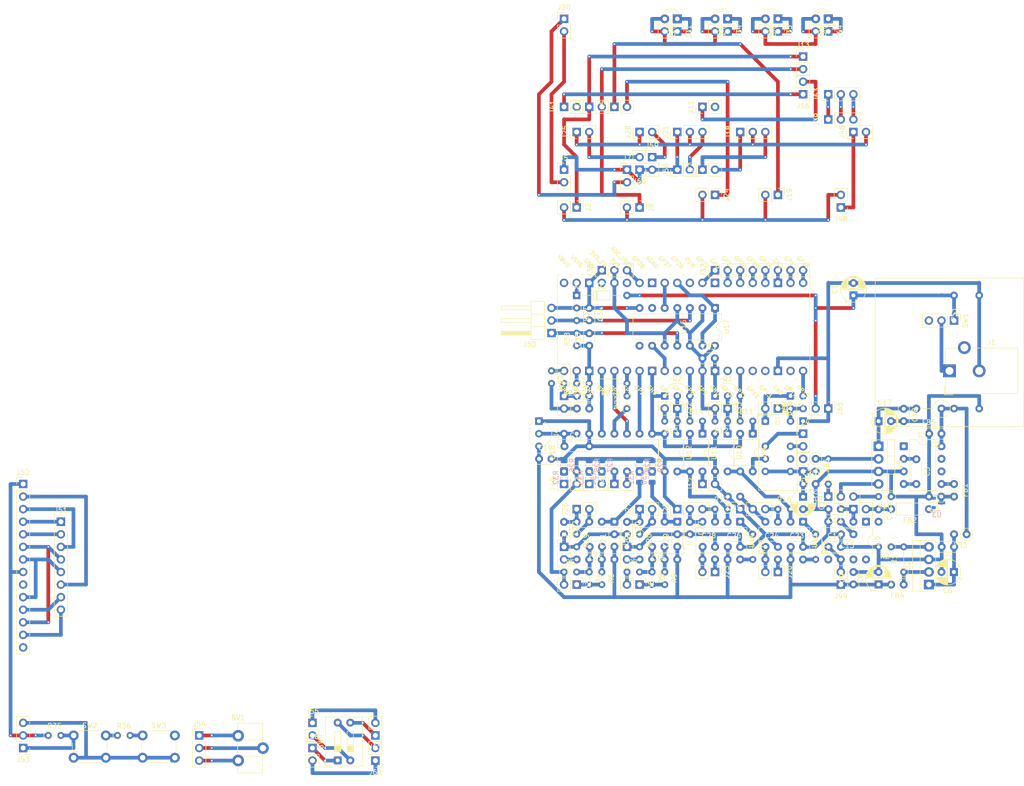
<source format=kicad_pcb>
(kicad_pcb (version 20241229) (generator "pcbnew") (generator_version "9.0")
  (layers (0 "F.Cu" signal) (2 "B.Cu" signal) (13 "F.Paste" user) (15 "B.Paste" user) (5 "F.SilkS" user "F.Silkscreen") (7 "B.SilkS" user "B.Silkscreen") (1 "F.Mask" user) (3 "B.Mask" user) (25 "Edge.Cuts" user))
  (net 0 "")
  (net 1 "GNDD")
  (net 2 "+5VD")
  (net 3 "GNDA")
  (net 4 "+6V")
  (net 5 "Net-(U1-CAP-)")
  (net 6 "Net-(U1-CAP+)")
  (net 7 "Net-(U3-VI)")
  (net 8 "-5VA")
  (net 9 "Net-(U2-IN)")
  (net 10 "+5VA")
  (net 11 "+4V")
  (net 12 "Net-(U5-TEMP)")
  (net 13 "+2V5")
  (net 14 "Net-(U6B--)")
  (net 15 "Net-(C15-Pad1)")
  (net 16 "Net-(U7B--)")
  (net 17 "Net-(C16-Pad1)")
  (net 18 "Net-(U8-IN)")
  (net 19 "/Power")
  (net 20 "Net-(J29-Pin_1)")
  (net 21 "/Sig0")
  (net 22 "+3.3V")
  (net 23 "Net-(D1-A)")
  (net 24 "Net-(D2-K)")
  (net 25 "Net-(U1--VOUT)")
  (net 26 "Net-(U3-GND)")
  (net 27 "Net-(U2-OUT)")
  (net 28 "Net-(U8-OUT)")
  (net 29 "Net-(SW1-B)")
  (net 30 "/CH0")
  (net 31 "/CH1")
  (net 32 "Net-(J10-Pin_2)")
  (net 33 "Net-(J10-Pin_3)")
  (net 34 "Net-(J10-Pin_1)")
  (net 35 "/tmp")
  (net 36 "/N0")
  (net 37 "/IOut0")
  (net 38 "/N1")
  (net 39 "/IOut1")
  (net 40 "/Out0")
  (net 41 "/Out1")
  (net 42 "/Ctl1")
  (net 43 "/Ctl0")
  (net 44 "/Mode")
  (net 45 "/T_DIN")
  (net 46 "/REST")
  (net 47 "/T_CS")
  (net 48 "/T_CLK")
  (net 49 "/T_Out")
  (net 50 "/CS")
  (net 51 "/DC")
  (net 52 "Net-(J38-Pin_3)")
  (net 53 "Net-(J50-Pin_1)")
  (net 54 "Net-(J50-Pin_2)")
  (net 57 "/SW0")
  (net 58 "Net-(J54-Pin_2)")
  (net 59 "Net-(J54-Pin_1)")
  (net 60 "Net-(J54-Pin_3)")
  (net 61 "Net-(K1-Pad4)")
  (net 62 "Net-(U2-Vdis)")
  (net 63 "Net-(R11-Pad2)")
  (net 64 "Net-(R14-Pad2)")
  (net 65 "Net-(R15-Pad1)")
  (net 66 "Net-(R15-Pad2)")
  (net 67 "/P0")
  (net 68 "/P1")
  (net 69 "Net-(R18-Pad1)")
  (net 70 "Net-(R18-Pad2)")
  (net 71 "Net-(U15-GPIO0)")
  (net 72 "Net-(U15-GPIO1)")
  (net 73 "Net-(U16-Dout)")
  (net 74 "/MISO")
  (net 75 "Net-(U16-CH2)")
  (net 76 "Net-(U16-CH0)")
  (net 77 "Net-(U16-CH3)")
  (net 78 "Net-(U16-CH6)")
  (net 79 "Net-(U16-CH7)")
  (net 80 "Net-(R36-Pad2)")
  (net 89 "/VOut0")
  (net 90 "/VOut1")
  (net 91 "/SCK")
  (net 92 "/ADCS")
  (net 93 "/MOSI")
  (net 94 "/In1")
  (net 97 "/Rst")
  (net 98 "/In0")
  (net 108 "/~Ctl0")
  (net 109 "/~Ctl1")
  (footprint "Connector_PinHeader_2.54mm:PinHeader_1x03_P2.54mm_Vertical" (layer "F.Cu") (at 226.06 134.62 90)
    (property "Reference" "J17")
    (property "Value" "3Pin")
  )
  (footprint "Inductor_THT:L_Axial_L5.3mm_D2.2mm_P2.54mm_Vertical_Vishay_IM-1" (layer "F.Cu") (at 269.24 129.54 -90)
    (property "Reference" "FB1")
    (property "Value" "FerriteBead")
  )
  (footprint "Capacitor_THT:C_Disc_D3.0mm_W2.0mm_P2.50mm" (layer "F.Cu") (at 193.08 114.3)
    (property "Reference" "C32")
    (property "Value" "1u")
  )
  (footprint "Capacitor_THT:C_Disc_D3.0mm_W2.0mm_P2.50mm" (layer "F.Cu") (at 223.56 142.24)
    (property "Reference" "C26")
    (property "Value" "0.1u")
  )
  (footprint "Connector_PinHeader_2.54mm:PinHeader_1x02_P2.54mm_Vertical" (layer "F.Cu") (at 205.74 58.42 90)
    (property "Reference" "J28")
    (property "Value" "2Pin")
  )
  (footprint "Connector_PinHeader_2.54mm:PinHeader_1x02_P2.54mm_Vertical" (layer "F.Cu") (at 213.36 114.3 -90)
    (property "Reference" "J32")
    (property "Value" "2Pin")
  )
  (footprint "DCBox:RPi_Pico_TH" (layer "F.Cu") (at 214.63 97.79 90)
    (property "Reference" "U15")
    (property "Value" "Pico")
  )
  (footprint "Connector_PinHeader_2.54mm:PinHeader_1x03_P2.54mm_Vertical" (layer "F.Cu") (at 213.36 134.62 90)
    (property "Reference" "J22")
    (property "Value" "3Pin")
  )
  (footprint "Connector_PinHeader_2.54mm:PinHeader_1x02_P2.54mm_Vertical" (layer "F.Cu") (at 190.5 53.34 90)
    (property "Reference" "J41")
    (property "Value" "2Pin")
  )
  (footprint "Resistor_THT:R_Axial_DIN0204_L3.6mm_D1.6mm_P2.54mm_Vertical" (layer "F.Cu") (at 223.52 116.84 180)
    (property "Reference" "R12")
    (property "Value" "500")
  )
  (footprint "Connector_PinHeader_2.54mm:PinHeader_1x02_P2.54mm_Vertical" (layer "F.Cu") (at 218.44 129.54 90)
    (property "Reference" "J12")
    (property "Value" "2Pin")
  )
  (footprint "Connector_PinHeader_2.54mm:PinHeader_1x02_P2.54mm_Vertical" (layer "F.Cu") (at 139.7 177.8)
    (property "Reference" "J55")
    (property "Value" "2Pin")
  )
  (footprint "Connector_PinHeader_2.54mm:PinHeader_1x02_P2.54mm_Vertical" (layer "F.Cu") (at 238.76 119.38)
    (property "Reference" "J14")
    (property "Value" "2Pin")
  )
  (footprint "Capacitor_THT:CP_Radial_D5.0mm_P2.50mm" (layer "F.Cu") (at 238.76 132.12 -90)
    (property "Reference" "C19")
    (property "Value" "100u")
  )
  (footprint "Connector_PinHeader_2.54mm:PinHeader_1x02_P2.54mm_Vertical" (layer "F.Cu") (at 248.92 58.42 90)
    (property "Reference" "J46")
    (property "Value" "2Pin")
  )
  (footprint "Connector_PinHeader_2.54mm:PinHeader_1x02_P2.54mm_Vertical" (layer "F.Cu") (at 195.58 53.34 90)
    (property "Reference" "J43")
    (property "Value" "2Pin")
  )
  (footprint "Connector_PinHeader_2.54mm:PinHeader_1x03_P2.54mm_Vertical" (layer "F.Cu") (at 269.24 96.52 -90)
    (property "Reference" "SW1")
    (property "Value" "SW_SPDT")
  )
  (footprint "Connector_PinHeader_2.54mm:PinHeader_1x02_P2.54mm_Vertical" (layer "F.Cu") (at 213.36 38.1 -90)
    (property "Reference" "J31")
    (property "Value" "2Pin")
  )
  (footprint "Capacitor_THT:C_Disc_D4.3mm_W1.9mm_P5.00mm" (layer "F.Cu") (at 261.62 124.54 -90)
    (property "Reference" "C3")
    (property "Value" "10u")
  )
  (footprint "Capacitor_THT:C_Disc_D3.0mm_W2.0mm_P2.50mm" (layer "F.Cu") (at 266.66 132.08 180)
    (property "Reference" "C4")
    (property "Value" "1u")
  )
  (footprint "Capacitor_THT:C_Disc_D3.0mm_W2.0mm_P2.50mm" (layer "F.Cu") (at 213.36 142.2 90)
    (property "Reference" "C29")
    (property "Value" "0.1u")
  )
  (footprint "Connector_PinHeader_2.54mm:PinHeader_1x03_P2.54mm_Vertical" (layer "F.Cu") (at 243.84 50.8 90)
    (property "Reference" "J63")
    (property "Value" "3Pin")
  )
  (footprint "Capacitor_THT:C_Disc_D3.0mm_W2.0mm_P2.50mm" (layer "F.Cu") (at 195.58 101.6 90)
    (property "Reference" "C35")
    (property "Value" "1n")
  )
  (footprint "Resistor_THT:R_Axial_DIN0204_L3.6mm_D1.6mm_P2.54mm_Vertical" (layer "F.Cu") (at 213.36 116.84 180)
    (property "Reference" "R13")
    (property "Value" "500")
  )
  (footprint "Resistor_THT:R_Axial_DIN0204_L3.6mm_D1.6mm_P5.08mm_Vertical" (layer "F.Cu") (at 259.08 147.32 90)
    (property "Reference" "R1")
    (property "Value" "3k")
  )
  (footprint "Connector_PinHeader_2.54mm:PinHeader_1x02_P2.54mm_Vertical" (layer "F.Cu") (at 248.92 134.62 90)
    (property "Reference" "J47")
    (property "Value" "2Pin")
  )
  (footprint "Capacitor_THT:C_Disc_D3.0mm_W2.0mm_P2.50mm" (layer "F.Cu") (at 246.38 134.62 180)
    (property "Reference" "C12")
    (property "Value" "1u")
  )
  (footprint "Connector_PinHeader_2.54mm:PinHeader_1x02_P2.54mm_Vertical" (layer "F.Cu") (at 205.74 149.86 -90)
    (property "Reference" "J8")
    (property "Value" "2Pin")
  )
  (footprint "Resistor_THT:R_Axial_DIN0204_L3.6mm_D1.6mm_P2.54mm_Vertical" (layer "F.Cu") (at 203.2 147.32)
    (property "Reference" "R7")
    (property "Value" "10k")
  )
  (footprint "Package_DIP:DIP-8_W7.62mm" (layer "F.Cu") (at 200.66 137.16 -90)
    (property "Reference" "U6")
    (property "Value" "TLC2272CP")
  )
  (footprint "Connector_PinHeader_2.54mm:PinHeader_1x02_P2.54mm_Vertical" (layer "F.Cu") (at 190.5 66.04)
    (property "Reference" "J5")
    (property "Value" "2Pin")
  )
  (footprint "Capacitor_THT:C_Disc_D3.0mm_W2.0mm_P2.50mm" (layer "F.Cu") (at 195.58 93.98 -90)
    (property "Reference" "C34")
    (property "Value" "1n")
  )
  (footprint "Connector_PinHeader_2.54mm:PinHeader_1x02_P2.54mm_Vertical" (layer "F.Cu") (at 233.68 114.3 -90)
    (property "Reference" "J36")
    (property "Value" "2Pin")
  )
  (footprint "Capacitor_THT:C_Disc_D3.0mm_W2.0mm_P2.50mm" (layer "F.Cu") (at 254 134.66 -90)
    (property "Reference" "C5")
    (property "Value" "1u")
  )
  (footprint "Connector_PinHeader_2.54mm:PinHeader_1x02_P2.54mm_Vertical" (layer "F.Cu") (at 195.58 129.54 90)
    (property "Reference" "J42")
    (property "Value" "2Pin")
  )
  (footprint "Capacitor_THT:CP_Radial_D5.0mm_P2.50mm" (layer "F.Cu") (at 254 149.82 90)
    (property "Reference" "C8")
    (property "Value" "100u")
  )
  (footprint "Connector_PinHeader_2.54mm:PinHeader_1x03_P2.54mm_Vertical" (layer "F.Cu") (at 198.12 86.36 90)
    (property "Reference" "J38")
    (property "Value" "3Pin")
  )
  (footprint "Connector_PinHeader_2.54mm:PinHeader_1x02_P2.54mm_Vertical" (layer "F.Cu") (at 208.28 63.5)
    (property "Reference" "J59")
    (property "Value" "2Pin")
  )
  (footprint "Diode_THT:D_DO-34_SOD68_P2.54mm_Vertical_KathodeUp" (layer "F.Cu") (at 236.22 111.76 -90)
    (property "Reference" "D1")
    (property "Value" "D")
  )
  (footprint "Connector_PinHeader_2.54mm:PinHeader_1x02_P2.54mm_Vertical" (layer "F.Cu") (at 218.44 66.04 90)
    (property "Reference" "J57")
    (property "Value" "2Pin")
  )
  (footprint "Resistor_THT:R_Axial_DIN0204_L3.6mm_D1.6mm_P2.54mm_Vertical" (layer "F.Cu") (at 195.58 147.32 -90)
    (property "Reference" "R4")
    (property "Value" "10k")
  )
  (footprint "Resistor_THT:R_Axial_DIN0204_L3.6mm_D1.6mm_P2.54mm_Vertical" (layer "F.Cu") (at 210.82 147.32 -90)
    (property "Reference" "R9")
    (property "Value" "100")
  )
  (footprint "Connector_PinHeader_2.54mm:PinHeader_1x02_P2.54mm_Vertical" (layer "F.Cu") (at 233.68 71.12 -90)
    (property "Reference" "J19")
    (property "Value" "2Pin")
  )
  (footprint "Package_DIP:DIP-8_W7.62mm" (layer "F.Cu") (at 213.36 137.16 -90)
    (property "Reference" "U7")
    (property "Value" "TLC2272CP")
  )
  (footprint "Resistor_THT:R_Axial_DIN0204_L3.6mm_D1.6mm_P2.54mm_Vertical" (layer "F.Cu") (at 193.04 93.98 -90)
    (property "Reference" "R37")
    (property "Value" "10k")
  )
  (footprint "Resistor_THT:R_Axial_DIN0204_L3.6mm_D1.6mm_P2.54mm_Vertical" (layer "F.Cu") (at 203.2 114.3 90)
    (property "Reference" "R23")
    (property "Value" "200")
  )
  (footprint "Connector_PinHeader_2.54mm:PinHeader_1x03_P2.54mm_Vertical" (layer "F.Cu") (at 116.84 180.34)
    (property "Reference" "J54")
    (property "Value" "3Pin")
  )
  (footprint "Resistor_THT:R_Axial_DIN0204_L3.6mm_D1.6mm_P2.54mm_Vertical" (layer "F.Cu") (at 100.33 180.34)
    (property "Reference" "R36")
    (property "Value" "3k")
  )
  (footprint "Package_DIP:DIP-8_W7.62mm" (layer "F.Cu") (at 251.46 137.16 -90)
    (property "Reference" "U5")
    (property "Value" "AD780")
  )
  (footprint "Connector_PinHeader_2.54mm:PinHeader_1x02_P2.54mm_Vertical" (layer "F.Cu") (at 243.84 114.3 -90)
    (property "Reference" "J65")
    (property "Value" "2Pin")
  )
  (footprint "Inductor_THT:L_Axial_L5.3mm_D2.2mm_P7.62mm_Horizontal_Vishay_IM-1" (layer "F.Cu") (at 264.16 134.62 180)
    (property "Reference" "FB2")
    (property "Value" "FerriteBead")
  )
  (footprint "Package_DIP:DIP-16_W7.62mm" (layer "F.Cu") (at 190.5 127 90)
    (property "Reference" "U16")
    (property "Value" "MCP3208")
  )
  (footprint "Capacitor_THT:C_Disc_D3.0mm_W2.0mm_P2.50mm" (layer "F.Cu") (at 185.46 124.46)
    (property "Reference" "C10")
    (property "Value" "0.1u")
  )
  (footprint "Resistor_THT:R_Axial_DIN0204_L3.6mm_D1.6mm_P5.08mm_Vertical" (layer "F.Cu") (at 241.3 139.7 -90)
    (property "Reference" "R15")
    (property "Value" "1k")
  )
  (footprint "Resistor_THT:R_Axial_DIN0204_L3.6mm_D1.6mm_P2.54mm_Vertical" (layer "F.Cu") (at 208.28 147.32 -90)
    (property "Reference" "R8")
    (property "Value" "10k")
  )
  (footprint "Connector_PinHeader_2.54mm:PinHeader_1x02_P2.54mm_Vertical" (layer "F.Cu") (at 200.66 53.34 90)
    (property "Reference" "J45")
    (property "Value" "2Pin")
  )
  (footprint "Package_TO_SOT_THT:TO-220-4_Vertical" (layer "F.Cu") (at 254 121.92 -90)
    (property "Reference" "U8")
    (property "Value" "NJM2397")
  )
  (footprint "Capacitor_THT:C_Disc_D3.0mm_W2.0mm_P2.50mm" (layer "F.Cu") (at 248.92 149.82 90)
    (property "Reference" "C9")
    (property "Value" "0.1u")
  )
  (footprint "Connector_PinHeader_2.54mm:PinHeader_1x02_P2.54mm_Vertical" (layer "F.Cu") (at 152.4 185.42 180)
    (property "Reference" "J62")
    (property "Value" "2Pin")
  )
  (footprint "Connector_PinHeader_2.54mm:PinHeader_1x02_P2.54mm_Vertical" (layer "F.Cu") (at 246.38 149.86 180)
    (property "Reference" "J49")
    (property "Value" "2Pin")
  )
  (footprint "Button_Switch_THT:SW_DIP_SPSTx02_Slide_9.78x7.26mm_W7.62mm_P2.54mm" (layer "F.Cu") (at 144.7925 185.3775 90)
    (property "Reference" "SW4")
    (property "Value" "SW_DIP_x02")
  )
  (footprint "Connector_PinHeader_2.54mm:PinHeader_1x02_P2.54mm_Vertical" (layer "F.Cu") (at 193.04 149.86 -90)
    (property "Reference" "J3")
    (property "Value" "2Pin")
  )
  (footprint "DCBox:AE-LMR62421" (layer "F.Cu") (at 274.32 91.44 -90)
    (property "Reference" "PS1")
    (property "Value" "AE-LMR62421")
  )
  (footprint "Package_TO_SOT_THT:TO-92L_Inline_Wide" (layer "F.Cu") (at 238.76 116.84 90)
    (property "Reference" "Q3")
    (property "Value" "DTC114_ECB")
  )
  (footprint "Connector_PinHeader_2.54mm:PinHeader_1x03_P2.54mm_Horizontal" (layer "F.Cu") (at 187.96 99.045 180)
    (property "Reference" "J50")
    (property "Value" "3Pin")
  )
  (footprint "Connector_PinHeader_2.54mm:PinHeader_1x03_P2.54mm_Vertical" (layer "F.Cu") (at 226.06 58.42 90)
    (property "Reference" "J18")
    (property "Value" "3Pin")
  )
  (footprint "Connector_PinHeader_2.54mm:PinHeader_1x02_P2.54mm_Vertical" (layer "F.Cu") (at 205.74 66.04 180)
    (property "Reference" "J60")
    (property "Value" "2Pin")
  )
  (footprint "Package_DIP:DIP-8_W7.62mm" (layer "F.Cu") (at 259.08 121.92)
    (property "Reference" "U1")
    (property "Value" "LT1054")
  )
  (footprint "Diode_THT:D_DO-34_SOD68_P10.16mm_Horizontal" (layer "F.Cu") (at 193.04 91.44)
    (property "Reference" "D2")
    (property "Value" "D")
  )
  (footprint "Connector_PinHeader_2.54mm:PinHeader_1x02_P2.54mm_Vertical" (layer "F.Cu") (at 203.2 142.24)
    (property "Reference" "J6")
    (property "Value" "2Pin")
  )
  (footprint "Capacitor_THT:C_Disc_D3.0mm_W2.0mm_P2.50mm" (layer "F.Cu") (at 193.08 111.76)
    (property "Reference" "C31")
    (property "Value" "1u")
  )
  (footprint "Package_TO_SOT_THT:TO-92L_Inline_Wide" (layer "F.Cu") (at 210.82 111.76)
    (property "Reference" "Q2")
    (property "Value" "DTC114_ECB")
  )
  (footprint "Connector_PinHeader_2.54mm:PinHeader_1x02_P2.54mm_Vertical" (layer "F.Cu") (at 205.74 134.62 90)
    (property "Reference" "J27")
    (property "Value" "2Pin")
  )
  (footprint "Potentiometer_THT:Potentiometer_ACP_CA9-H5_Horizontal" (layer "F.Cu") (at 124.695 180.405)
    (property "Reference" "RV1")
    (property "Value" "R_Potentiometer")
  )
  (footprint "Package_DIP:DIP-4_W7.62mm" (layer "F.Cu") (at 228.6 119.38 -90)
    (property "Reference" "U9")
    (property "Value" "TLP3553A")
  )
  (footprint "Button_Switch_THT:SW_PUSH_6mm" (layer "F.Cu") (at 91.476 180.34)
    (property "Reference" "SW2")
    (property "Value" "SW_Push")
  )
  (footprint "Resistor_THT:R_Axial_DIN0204_L3.6mm_D1.6mm_P2.54mm_Vertical" (layer "F.Cu") (at 205.74 139.7 -90)
    (property "Reference" "R20")
    (property "Value" "10k")
  )
  (footprint "Package_TO_SOT_THT:TO-92_Inline_Wide" (layer "F.Cu") (at 185.42 116.84 -90)
    (property "Reference" "U4")
    (property "Value" "MCP1541-TO")
  )
  (footprint "Connector_PinHeader_2.54mm:PinHeader_1x02_P2.54mm_Vertical" (layer "F.Cu") (at 238.76 43.18)
    (property "Reference" "J13")
    (property "Value" "2Pin")
  )
  (footprint "Connector_PinHeader_2.54mm:PinHeader_1x14_P2.54mm_Vertical" (layer "F.Cu") (at 81.28 129.54)
    (property "Reference" "J52")
    (property "Value" "Conn_01x14")
  )
  (footprint "Resistor_THT:R_Axial_DIN0204_L3.6mm_D1.6mm_P2.54mm_Vertical" (layer "F.Cu") (at 215.9 116.84)
    (property "Reference" "R14")
    (property "Value" "500")
  )
  (footprint "Capacitor_THT:C_Disc_D4.3mm_W1.9mm_P5.00mm" (layer "F.Cu") (at 190.58 121.92)
    (property "Reference" "C11")
    (property "Value" "10u")
  )
  (footprint "LED_THT:LED_D3.0mm" (layer "F.Cu") (at 223.52 35.56 180)
    (property "Reference" "D4")
    (property "Value" "LED")
  )
  (footprint "Resistor_THT:R_Axial_DIN0204_L3.6mm_D1.6mm_P2.54mm_Vertical" (layer "F.Cu") (at 193.04 139.7 -90)
    (property "Reference" "R19")
    (property "Value" "10k")
  )
  (footprint "Resistor_THT:R_Axial_DIN0204_L3.6mm_D1.6mm_P5.08mm_Vertical" (layer "F.Cu") (at 228.6 139.7 -90)
    (property "Reference" "R18")
    (property "Value" "1k")
  )
  (footprint "Connector_PinHeader_2.54mm:PinHeader_1x02_P2.54mm_Vertical" (layer "F.Cu") (at 218.44 53.34 90)
    (property "Reference" "J11")
    (property "Value" "2Pin")
  )
  (footprint "Capacitor_THT:C_Disc_D3.0mm_W2.0mm_P2.50mm" (layer "F.Cu") (at 200.66 142.2 90)
    (property "Reference" "C21")
    (property "Value" "0.1u")
  )
  (footprint "Resistor_THT:R_Axial_DIN0204_L3.6mm_D1.6mm_P2.54mm_Vertical" (layer "F.Cu") (at 256.54 132.08 180)
    (property "Reference" "R10")
    (property "Value" "1k")
  )
  (footprint "Package_DIP:DIP-4_W7.62mm" (layer "F.Cu") (at 213.365 119.385 -90)
    (property "Reference" "U12")
    (property "Value" "TLP3553A")
  )
  (footprint "Connector_PinHeader_2.54mm:PinHeader_1x02_P2.54mm_Vertical" (layer "F.Cu") (at 190.5 35.56)
    (property "Reference" "J30")
    (property "Value" "2Pin")
  )
  (footprint "Package_DIP:DIP-4_W7.62mm" (layer "F.Cu") (at 218.445 119.385 -90)
    (property "Reference" "U11")
    (property "Value" "TLP3553A")
  )
  (footprint "Resistor_THT:R_Axial_DIN0204_L3.6mm_D1.6mm_P5.08mm_Vertical" (layer "F.Cu") (at 243.84 129.54 90)
    (property "Reference" "R3")
    (property "Value" "2k")
  )
  (footprint "Capacitor_THT:C_Disc_D3.0mm_W2.0mm_P2.50mm" (layer "F.Cu") (at 203.2 137.2 -90)
    (property "Reference" "C30")
    (property "Value" "0.1u")
  )
  (footprint "LED_THT:LED_D3.0mm" (layer "F.Cu") (at 233.68 35.56 180)
    (property "Reference" "D5")
    (property "Value" "LED")
  )
  (footprint "Connector_PinHeader_2.54mm:PinHeader_1x02_P2.54mm_Vertical" (layer "F.Cu") (at 246.38 73.66 180)
    (property "Reference" "J48")
    (property "Value" "2Pin")
  )
  (footprint "Connector_PinHeader_2.54mm:PinHeader_1x02_P2.54mm_Vertical" (layer "F.Cu") (at 200.66 129.54 90)
    (property "Reference" "J44")
    (property "Value" "2Pin")
  )
  (footprint "Capacitor_THT:C_Disc_D3.0mm_W2.0mm_P2.50mm" (layer "F.Cu") (at 238.8 129.54)
    (property "Reference" "C20")
    (property "Value" "0.1u")
  )
  (footprint "Connector_PinHeader_2.54mm:PinHeader_1x03_P2.54mm_Vertical" (layer "F.Cu") (at 213.36 58.42 90)
    (property "Reference" "J21")
    (property "Value" "3Pin")
  )
  (footprint "Connector_PinHeader_2.54mm:PinHeader_1x02_P2.54mm_Vertical" (layer "F.Cu") (at 190.5 142.24)
    (property "Reference" "J4")
    (property "Value" "2Pin")
  )
  (footprint "Inductor_THT:L_Axial_L5.3mm_D2.2mm_P2.54mm_Vertical_Vishay_IM-1" (layer "F.Cu") (at 259.08 149.86 180)
    (property "Reference" "FB4")
    (property "Value" "FerriteBead")
  )
  (footprint "Connector_PinHeader_2.54mm:PinHeader_1x03_P2.54mm_Vertical" (layer "F.Cu") (at 81.28 182.88 180)
    (property "Reference" "J53")
    (property "Value" "3Pin")
  )
  (footprint "Connector_PinHeader_2.54mm:PinHeader_1x08_P2.54mm_Vertical" (layer "F.Cu") (at 220.98 86.36 90)
    (property "Reference" "J37")
    (property "Value" "Conn_01x08")
  )
  (footprint "Package_DIP:DIP-8_W7.62mm" (layer "F.Cu") (at 238.76 137.165 -90)
    (property "Reference" "U13")
    (property "Value" "LT1167CN8")
  )
  (footprint "Capacitor_THT:C_Disc_D3.0mm_W2.0mm_P2.50mm" (layer "F.Cu") (at 218.48 142.24)
    (property "Reference" "C28")
    (property "Value" "0.1u")
  )
  (footprint "Resistor_THT:R_Axial_DIN0204_L3.6mm_D1.6mm_P2.54mm_Vertical" (layer "F.Cu") (at 86.36 180.34)
    (property "Reference" "R35")
    (property "Value" "18k")
  )
  (footprint "Connector_PinHeader_2.54mm:PinHeader_1x02_P2.54mm_Vertical" (layer "F.Cu") (at 238.76 127 180)
    (property "Reference" "J15")
    (property "Value" "2Pin")
  )
  (footprint "Capacitor_THT:C_Disc_D3.0mm_W2.0mm_P2.50mm" (layer "F.Cu") (at 231.18 142.24)
    (property "Reference" "C24")
    (property "Value" "0.1u")
  )
  (footprint "Button_Switch_THT:SW_PUSH_6mm" (layer "F.Cu") (at 105.41 180.34)
    (property "Reference" "SW3")
    (property "Value" "SW_Push")
  )
  (footprint "Connector_PinHeader_2.54mm:PinHeader_1x02_P2.54mm_Vertical" (layer "F.Cu") (at 233.68 147.32 -90)
    (property "Reference" "J20")
    (property "Value" "2Pin")
  )
  (footprint "Capacitor_THT:C_Disc_D3.0mm_W2.0mm_P2.50mm" (layer "F.Cu") (at 218.44 104.14)
    (property "Reference" "C33")
    (property "Value" "0.1u")
  )
  (footprint "Resistor_THT:R_Axial_DIN0204_L3.6mm_D1.6mm_P2.54mm_Vertical" (layer "F.Cu") (at 226.06 116.84)
    (property "Reference" "R11")
    (property "Value" "500")
  )
  (footprint "Capacitor_THT:C_Disc_D3.0mm_W2.0mm_P2.50mm" (layer "F.Cu") (at 236.26 142.24)
    (property "Reference" "C23")
    (property "Value" "0.1u")
  )
  (footprint "Connector_BarrelJack:BarrelJack_CUI_PJ-102AH_Horizontal" (layer "F.Cu") (at 268.32 106.68 90)
    (property "Reference" "J1")
    (property "Value" "Barrel_Jack")
  )
  (footprint "Capacitor_THT:C_Disc_D3.0mm_W2.0mm_P2.50mm" (layer "F.Cu") (at 198.16 142.24 180)
    (property "Reference" "C15")
    (property "Value" "100p")
  )
  (footprint "Resistor_THT:R_Axial_DIN0204_L3.6mm_D1.6mm_P2.54mm_Vertical" (layer "F.Cu") (at 190.5 147.32)
    (property "Reference" "R5")
    (property "Value" "10k")
  )
  (footprint "Capacitor_THT:C_Disc_D3.0mm_W2.0mm_P2.50mm" (layer "F.Cu") (at 190.5 137.2 -90)
    (property "Reference" "C22")
    (property "Value" "0.1u")
  )
  (footprint "Connector_PinHeader_2.54mm:PinHeader_1x08_P2.54mm_Vertical" (layer "F.Cu") (at 88.9 137.16)
    (property "Reference" "J51")
    (property "Value" "Conn_01x08")
  )
  (footprint "Connector_PinHeader_2.54mm:PinHeader_1x02_P2.54mm_Vertical" (layer "F.Cu") (at 220.98 71.12 -90)
    (property "Reference" "J24")
    (property "Value" "2Pin")
  )
  (footprint "Connector_PinHeader_2.54mm:PinHeader_1x02_P2.54mm_Vertical" (layer "F.Cu") (at 243.84 38.1 -90)
    (property "Reference" "J64")
    (property "Value" "2Pin")
  )
  (footprint "Resistor_THT:R_Axial_DIN0204_L3.6mm_D1.6mm_P2.54mm_Vertical" (layer "F.Cu") (at 233.68 134.62)
    (property "Reference" "R16")
    (property "Value" "0.1")
  )
  (footprint "Package_DIP:DIP-14_W7.62mm" (layer "F.Cu") (at 220.98 93.98 -90)
    (property "Reference" "U17")
    (property "Value" "74HC74")
  )
  (footprint "Relay_THT:Relay_DPDT_Kemet_EC2_NU" (layer "F.Cu") (at 231.14 116.84)
    (property "Reference" "K1")
    (property "Value" "EE2-5NU")
  )
  (footprint "Resistor_THT:R_Axial_DIN0204_L3.6mm_D1.6mm_P2.54mm_Vertical" (layer "F.Cu") (at 256.54 142.24 180)
    (property "Reference" "R2")
    (property "Value" "1k")
  )
  (footprint "Resistor_THT:R_Axial_DIN0204_L3.6mm_D1.6mm_P2.54mm_Vertical" (layer "F.Cu") (at 193.04 101.6 90)
    (property "Reference" "R38")
    (property "Value" "10k")
  )
  (footprint "Resistor_THT:R_Axial_DIN0204_L3.6mm_D1.6mm_P2.54mm_Vertical" (layer "F.Cu") (at 193.04 109.22 180)
    (property "Reference" "R22")
    (property "Value" "10k")
  )
  (footprint "LED_THT:LED_D3.0mm" (layer "F.Cu") (at 243.84 35.56 180)
    (property "Reference" "D6")
    (property "Value" "LED")
  )
  (footprint "Capacitor_THT:C_Disc_D3.0mm_W2.0mm_P2.50mm" (layer "F.Cu") (at 243.88 142.24)
    (property "Reference" "C14")
    (property "Value" "1u")
  )
  (footprint "Capacitor_THT:CP_Radial_D5.0mm_P2.50mm" (layer "F.Cu") (at 254 116.84)
    (property "Reference" "C17")
    (property "Value" "100u")
  )
  (footprint "Connector_PinHeader_2.54mm:PinHeader_1x02_P2.54mm_Vertical" (layer "F.Cu") (at 233.68 38.1 -90)
    (property "Reference" "J35")
    (property "Value" "2Pin")
  )
  (footprint "Inductor_THT:L_Axial_L5.3mm_D2.2mm_P2.54mm_Vertical_Vishay_IM-1" (layer "F.Cu") (at 271.78 139.7 180)
    (property "Reference" "FB3")
    (property "Value" "FerriteBead")
  )
  (footprint "Capacitor_THT:C_Disc_D3.0mm_W2.0mm_P2.50mm" (layer "F.Cu") (at 266.7 119.38 180)
    (property "Reference" "C2")
    (property "Value" "1u")
  )
  (footprint "Connector_PinHeader_2.54mm:PinHeader_1x02_P2.54mm_Vertical" (layer "F.Cu") (at 213.36 66.04 90)
    (property "Reference" "J56")
    (property "Value" "2Pin")
  )
  (footprint "Package_TO_SOT_THT:TO-220-4_Vertical" (layer "F.Cu") (at 264.16 149.86 90)
    (property "Reference" "U2")
    (property "Value" "NJM2397")
  )
  (footprint "Connector_PinHeader_2.54mm:PinHeader_1x02_P2.54mm_Vertical" (layer "F.Cu") (at 152.4 180.34 180)
    (property "Reference" "J61")
    (property "Value" "2Pin")
  )
  (footprint "Connector_PinHeader_2.54mm:PinHeader_1x02_P2.54mm_Vertical" (layer "F.Cu") (at 223.52 114.3 -90)
    (property "Reference" "J33")
    (property "Value" "2Pin")
  )
  (footprint "Connector_PinHeader_2.54mm:PinHeader_1x02_P2.54mm_Vertical" (layer "F.Cu") (at 190.5 111.76)
    (property "Reference" "J29")
    (property "Value" "2Pin")
  )
  (footprint "Resistor_THT:R_Axial_DIN0204_L3.6mm_D1.6mm_P2.54mm_Vertical" (layer "F.Cu") (at 198.12 147.32 -90)
    (property "Reference" "R6")
    (property "Value" "100")
  )
  (footprint "Capacitor_THT:C_Disc_D3.0mm_W2.0mm_P2.50mm" (layer "F.Cu") (at 259.08 114.34 -90)
    (property "Reference" "C18")
    (property "Value" "0.1u")
  )
  (footprint "Connector_PinHeader_2.54mm:PinHeader_1x02_P2.54mm_Vertical" (layer "F.Cu") (at 193.04 134.62 90)
    (property "Reference" "J26")
    (property "Value" "2Pin")
  )
  (footprint "Connector_PinHeader_2.54mm:PinHeader_1x02_P2.54mm_Vertical" (layer "F.Cu") (at 220.98 147.32 -90)
    (property "Reference" "J23")
    (property "Value" "2Pin")
  )
  (footprint "Package_TO_SOT_THT:TO-92L_Inline_Wide" (layer "F.Cu") (at 220.98 111.76)
    (property "Reference" "Q1")
    (property "Value" "DTC114_ECB")
  )
  (footprint "Connector_PinHeader_2.54mm:PinHeader_1x02_P2.54mm_Vertical" (layer "F.Cu") (at 238.76 50.8 180)
    (property "Reference" "J16")
    (property "Value" "2Pin")
  )
  (footprint "Capacitor_THT:C_Disc_D3.0mm_W2.0mm_P2.50mm" (layer "F.Cu") (at 215.9 137.2 -90)
    (property "Reference" "C27")
    (property "Value" "0.1u")
  )
  (footprint "Capacitor_THT:CP_Radial_D5.0mm_P2.50mm" (layer "F.Cu") (at 248.92 91.44 90)
    (property "Reference" "C1")
    (property "Value" "100u")
  )
  (footprint "Connector_PinHeader_2.54mm:PinHeader_1x02_P2.54mm_Vertical" (layer "F.Cu") (at 203.2 66.04)
    (property "Reference" "J7")
    (property "Value" "2Pin")
  )
  (footprint "Connector_PinHeader_2.54mm:PinHeader_1x02_P2.54mm_Vertical" (layer "F.Cu") (at 190.5 129.54 90)
    (property "Reference" "J40")
    (property "Value" "2Pin")
  )
  (footprint "Capacitor_THT:CP_Radial_D5.0mm_P2.50mm" (layer "F.Cu") (at 269.2 147.32 180)
    (property "Reference" "C6")
    (property "Value" "100u")
  )
  (footprint "Inductor_THT:L_Axial_L7.0mm_D3.3mm_P5.08mm_Vertical_Fastron_MICC" (layer "F.Cu") (at 266.7 114.3 180)
    (property "Reference" "FB5")
    (property "Value" "FerriteBead")
  )
  (footprint "Connector_PinHeader_2.54mm:PinHeader_1x02_P2.54mm_Vertical" (layer "F.Cu") (at 193.04 58.42 90)
    (property "Reference" "J25")
    (property "Value" "2Pin")
  )
  (footprint "Package_DIP:DIP-4_W7.62mm" (layer "F.Cu") (at 223.52 119.38 -90)
    (property "Reference" "U10")
    (property "Value" "TLP3553A")
  )
  (footprint "Connector_PinHeader_2.54mm:PinHeader_1x02_P2.54mm_Vertical" (layer "F.Cu") (at 223.52 38.1 -90)
    (property "Reference" "J34")
    (property "Value" "2Pin")
  )
  (footprint "LED_THT:LED_D3.0mm" (layer "F.Cu") (at 213.36 35.56 180)
    (property "Reference" "D3")
    (property "Value" "LED")
  )
  (footprint "Connector_PinHeader_2.54mm:PinHeader_1x03_P2.54mm_Vertical" (layer "F.Cu") (at 243.84 132.08 90)
    (property "Reference" "J10")
    (property "Value" "3Pin")
  )
  (footprint "Connector_PinHeader_2.54mm:PinHeader_1x03_P2.54mm_Vertical" (layer "F.Cu") (at 243.84 55.88 90)
    (property "Reference" "J39")
    (property "Value" "3Pin")
  )
  (footprint "Capacitor_THT:C_Disc_D3.0mm_W2.0mm_P2.50mm" (layer "F.Cu") (at 226.06 132.08 180)
    (property "Reference" "C25")
    (property "Value" "0.1u")
  )
  (footprint "Capacitor_THT:C_Disc_D3.0mm_W2.0mm_P2.50mm" (layer "F.Cu") (at 269.24 142.24 180)
    (property "Reference" "C7")
    (property "Value" "0.1u")
  )
  (footprint "Capacitor_THT:C_Disc_D3.0mm_W2.0mm_P2.50mm" (layer "F.Cu") (at 210.78 142.24 180)
    (property "Reference" "C16")
    (property "Value" "100p")
  )
  (footprint "Resistor_THT:R_Axial_DIN0204_L3.6mm_D1.6mm_P2.54mm_Vertical" (layer "F.Cu") (at 220.98 134.62)
    (property "Reference" "R17")
    (property "Value" "0.1")
  )
  (footprint "Connector_PinHeader_2.54mm:PinHeader_1x02_P2.54mm_Vertical" (layer "F.Cu") (at 205.74 73.66 -90)
    (property "Reference" "J9")
    (property "Value" "2Pin")
  )
  (footprint "Inductor_THT:L_Axial_L5.3mm_D2.2mm_P2.54mm_Vertical_Vishay_IM-1" (layer "F.Cu") (at 241.3 124.46 -90)
    (property "Reference" "FB6")
    (property "Value" "FerriteBead")
  )
  (footprint "Package_DIP:DIP-8_W7.62mm" (layer "F.Cu") (at 226.06 137.16 -90)
    (property "Reference" "U14")
    (property "Value" "LT1167CN8")
  )
  (footprint "Resistor_THT:R_Axial_DIN0204_L3.6mm_D1.6mm_P7.62mm_Horizontal" (layer "F.Cu") (at 203.2 109.22 180)
    (property "Reference" "R24")
    (property "Value" "300")
  )
  (footprint "Connector_PinHeader_2.54mm:PinHeader_1x02_P2.54mm_Vertical" (layer "F.Cu") (at 193.04 73.66 -90)
    (property "Reference" "J2")
    (property "Value" "2Pin")
  )
  (footprint "Connector_PinHeader_2.54mm:PinHeader_1x02_P2.54mm_Vertical" (layer "F.Cu") (at 139.7 182.88)
    (property "Reference" "J58")
    (property "Value" "2Pin")
  )
  (footprint "Resistor_THT:R_Axial_DIN0204_L3.6mm_D1.6mm_P2.54mm_Vertical" (layer "F.Cu") (at 187.96 106.68 -90)
    (property "Reference" "R21")
    (property "Value" "10k")
  )
  (footprint "Capacitor_THT:C_Disc_D3.0mm_W2.0mm_P2.50mm" (layer "F.Cu") (at 248.92 139.7 180)
    (property "Reference" "C13")
    (property "Value" "0.1u")
  )
  (footprint "Resistor_SMD:R_0805_2012Metric" (layer "B.Cu") (at 195.58 128.27 -90)
    (property "Reference" "R33")
    (property "Value" "10K")
  )
  (footprint "Resistor_SMD:R_0805_2012Metric" (layer "B.Cu") (at 195.58 125.73 90)
    (property "Reference" "R25")
    (property "Value" "10K")
  )
  (footprint "Resistor_SMD:R_0805_2012Metric" (layer "B.Cu") (at 190.5 128.27 -90)
    (property "Reference" "R32")
    (property "Value" "10K")
  )
  (footprint "Resistor_SMD:R_0805_2012Metric" (layer "B.Cu") (at 208.28 125.73 90)
    (property "Reference" "R29")
    (property "Value" "10K")
  )
  (footprint "Package_TO_SOT_SMD:SOT-23" (layer "B.Cu") (at 265.7625 133.35)
    (property "Reference" "U3")
    (property "Value" "XC6902N501MR-G")
  )
  (footprint "Resistor_SMD:R_0805_2012Metric" (layer "B.Cu") (at 205.74 125.73 90)
    (property "Reference" "R28")
    (property "Value" "10K")
  )
  (footprint "Resistor_SMD:R_0805_2012Metric" (layer "B.Cu") (at 208.28 128.27 -90)
    (property "Reference" "R30")
    (property "Value" "10K")
  )
  (footprint "Resistor_SMD:R_0805_2012Metric" (layer "B.Cu") (at 198.12 125.73 90)
    (property "Reference" "R27")
    (property "Value" "10K")
  )
  (footprint "Resistor_SMD:R_0805_2012Metric" (layer "B.Cu") (at 198.12 128.27 -90)
    (property "Reference" "R34")
    (property "Value" "10K")
  )
  (footprint "Resistor_SMD:R_0805_2012Metric" (layer "B.Cu") (at 205.74 128.27 -90)
    (property "Reference" "R31")
    (property "Value" "10K")
  )
  (footprint "Resistor_SMD:R_0805_2012Metric" (layer "B.Cu") (at 190.5 125.73 90)
    (property "Reference" "R26")
    (property "Value" "10K")
  )
  (segment (start 203.185 93.965) (end 203.2 93.98) (width 0.75) (layer "F.Cu") (net 1))
  (segment (start 198.12 93.98) (end 203.2 93.98) (width 0.75) (layer "F.Cu") (net 1))
  (segment (start 243.84 38.1) (end 246.38 38.1) (width 0.75) (layer "F.Cu") (net 1))
  (via (at 198.12 93.98) (size 0.6) (drill 0.3) (layers "F.Cu" "B.Cu") (net 1))
  (via (at 203.2 93.98) (size 0.6) (drill 0.3) (layers "F.Cu" "B.Cu") (net 1))
  (via (at 246.38 38.1) (size 0.6) (drill 0.3) (layers "F.Cu" "B.Cu") (net 1))
  (segment (start 243.84 116.84) (end 238.76 116.84) (width 0.75) (layer "B.Cu") (net 1))
  (segment (start 243.88 88.94) (end 243.84 88.9) (width 0.75) (layer "B.Cu") (net 1))
  (segment (start 210.825 119.385) (end 210.825 121.915) (width 0.75) (layer "B.Cu") (net 1))
  (segment (start 88.9 149.86) (end 93.98 149.86) (width 0.75) (layer "B.Cu") (net 1))
  (segment (start 205.725 93.965) (end 205.74 93.98) (width 0.75) (layer "B.Cu") (net 1))
  (segment (start 248.92 88.94) (end 274.28 88.94) (width 0.75) (layer "B.Cu") (net 1))
  (segment (start 274.28 88.94) (end 274.32 88.9) (width 0.75) (layer "B.Cu") (net 1))
  (segment (start 220.98 121.92) (end 220.98 119.38) (width 0.75) (layer "B.Cu") (net 1))
  (segment (start 195.58 88.9) (end 195.58 93.965) (width 0.75) (layer "B.Cu") (net 1))
  (segment (start 210.825 121.915) (end 210.82 121.92) (width 0.75) (layer "B.Cu") (net 1))
  (segment (start 233.68 104.14) (end 243.84 104.14) (width 0.75) (layer "B.Cu") (net 1))
  (segment (start 233.68 86.36) (end 233.68 88.9) (width 0.75) (layer "B.Cu") (net 1))
  (segment (start 198.105 93.965) (end 198.12 93.98) (width 0.75) (layer "B.Cu") (net 1))
  (segment (start 233.68 106.68) (end 233.68 104.14) (width 0.75) (layer "B.Cu") (net 1))
  (segment (start 193.04 101.6) (end 195.58 101.6) (width 0.75) (layer "B.Cu") (net 1))
  (segment (start 248.92 88.94) (end 243.88 88.94) (width 0.75) (layer "B.Cu") (net 1))
  (segment (start 203.2 93.98) (end 205.74 93.98) (width 0.75) (layer "B.Cu") (net 1))
  (segment (start 274.32 88.9) (end 274.32 91.44) (width 0.75) (layer "B.Cu") (net 1))
  (segment (start 215.9 121.92) (end 215.9 119.39) (width 0.75) (layer "B.Cu") (net 1))
  (segment (start 208.28 111.76) (end 208.28 119.38) (width 0.75) (layer "B.Cu") (net 1))
  (segment (start 220.94 104.14) (end 220.94 106.64) (width 0.75) (layer "B.Cu") (net 1))
  (segment (start 187.96 93.965) (end 195.58 93.965) (width 0.75) (layer "B.Cu") (net 1))
  (segment (start 208.28 106.68) (end 208.28 111.76) (width 0.75) (layer "B.Cu") (net 1))
  (segment (start 195.58 106.68) (end 195.58 101.6) (width 0.75) (layer "B.Cu") (net 1))
  (segment (start 91.476 184.84) (end 93.98 184.84) (width 0.75) (layer "B.Cu") (net 1))
  (segment (start 246.38 35.56) (end 243.84 35.56) (width 0.75) (layer "B.Cu") (net 1))
  (segment (start 195.58 93.965) (end 198.105 93.965) (width 0.75) (layer "B.Cu") (net 1))
  (segment (start 93.98 177.8) (end 93.98 184.84) (width 0.75) (layer "B.Cu") (net 1))
  (segment (start 195.58 88.9) (end 198.12 86.36) (width 0.75) (layer "B.Cu") (net 1))
  (segment (start 195.58 106.68) (end 195.58 114.3) (width 0.75) (layer "B.Cu") (net 1))
  (segment (start 111.33 185.42) (end 111.91 184.84) (width 0.75) (layer "B.Cu") (net 1))
  (segment (start 246.38 38.1) (end 246.38 35.56) (width 0.75) (layer "B.Cu") (net 1))
  (segment (start 243.84 104.14) (end 243.84 116.84) (width 0.75) (layer "B.Cu") (net 1))
  (segment (start 93.98 149.86) (end 93.98 132.08) (width 0.75) (layer "B.Cu") (net 1))
  (segment (start 81.28 177.8) (end 93.98 177.8) (width 0.75) (layer "B.Cu") (net 1))
  (segment (start 220.98 121.92) (end 226.06 121.92) (width 0.75) (layer "B.Cu") (net 1))
  (segment (start 208.285 119.385) (end 208.28 119.38) (width 0.75) (layer "B.Cu") (net 1))
  (segment (start 220.98 106.68) (end 220.98 111.76) (width 0.75) (layer "B.Cu") (net 1))
  (segment (start 93.98 184.84) (end 111.91 184.84) (width 0.75) (layer "B.Cu") (net 1))
  (segment (start 274.32 106.68) (end 274.32 91.44) (width 0.75) (layer "B.Cu") (net 1))
  (segment (start 210.82 121.92) (end 215.9 121.92) (width 0.75) (layer "B.Cu") (net 1))
  (segment (start 93.98 132.08) (end 81.28 132.08) (width 0.75) (layer "B.Cu") (net 1))
  (segment (start 215.9 119.39) (end 215.905 119.385) (width 0.75) (layer "B.Cu") (net 1))
  (segment (start 226.06 121.92) (end 226.06 119.38) (width 0.75) (layer "B.Cu") (net 1))
  (segment (start 243.84 88.9) (end 243.84 104.14) (width 0.75) (layer "B.Cu") (net 1))
  (segment (start 210.825 119.385) (end 208.285 119.385) (width 0.75) (layer "B.Cu") (net 1))
  (segment (start 220.94 106.64) (end 220.98 106.68) (width 0.75) (layer "B.Cu") (net 1))
  (segment (start 215.9 121.92) (end 220.98 121.92) (width 0.75) (layer "B.Cu") (net 1))
  (segment (start 210.82 111.76) (end 208.28 111.76) (width 0.75) (layer "B.Cu") (net 1))
  (segment (start 231.14 38.1) (end 231.14 40.64) (width 0.75) (layer "F.Cu") (net 2))
  (segment (start 248.92 93.98) (end 241.3 93.98) (width 0.75) (layer "F.Cu") (net 2))
  (segment (start 205.74 91.44) (end 241.3 91.44) (width 0.75) (layer "F.Cu") (net 2))
  (segment (start 231.14 38.1) (end 228.6 38.1) (width 0.75) (layer "F.Cu") (net 2))
  (segment (start 231.14 40.64) (end 241.3 40.64) (width 0.75) (layer "F.Cu") (net 2))
  (segment (start 241.3 40.64) (end 241.3 38.1) (width 0.75) (layer "F.Cu") (net 2))
  (segment (start 241.3 38.1) (end 238.76 38.1) (width 0.75) (layer "F.Cu") (net 2))
  (segment (start 241.3 96.52) (end 241.3 111.76) (width 0.75) (layer "F.Cu") (net 2))
  (via (at 248.92 93.98) (size 0.6) (drill 0.3) (layers "F.Cu" "B.Cu") (net 2))
  (via (at 228.6 38.1) (size 0.6) (drill 0.3) (layers "F.Cu" "B.Cu") (net 2))
  (via (at 205.74 91.44) (size 0.6) (drill 0.3) (layers "F.Cu" "B.Cu") (net 2))
  (via (at 238.76 38.1) (size 0.6) (drill 0.3) (layers "F.Cu" "B.Cu") (net 2))
  (via (at 241.3 93.98) (size 0.6) (drill 0.3) (layers "F.Cu" "B.Cu") (net 2))
  (via (at 241.3 91.44) (size 0.6) (drill 0.3) (layers "F.Cu" "B.Cu") (net 2))
  (via (at 241.3 96.52) (size 0.6) (drill 0.3) (layers "F.Cu" "B.Cu") (net 2))
  (via (at 241.3 111.76) (size 0.6) (drill 0.3) (layers "F.Cu" "B.Cu") (net 2))
  (segment (start 241.3 93.98) (end 241.3 91.44) (width 0.75) (layer "B.Cu") (net 2))
  (segment (start 238.76 38.1) (end 238.76 35.56) (width 0.75) (layer "B.Cu") (net 2))
  (segment (start 231.14 111.76) (end 231.14 114.3) (width 0.75) (layer "B.Cu") (net 2))
  (segment (start 269.24 91.44) (end 269.24 96.52) (width 0.75) (layer "B.Cu") (net 2))
  (segment (start 266.7 91.44) (end 269.24 91.44) (width 0.75) (layer "B.Cu") (net 2))
  (segment (start 228.6 38.1) (end 228.6 35.56) (width 0.75) (layer "B.Cu") (net 2))
  (segment (start 241.3 93.98) (end 241.3 96.52) (width 0.75) (layer "B.Cu") (net 2))
  (segment (start 238.76 35.56) (end 241.3 35.56) (width 0.75) (layer "B.Cu") (net 2))
  (segment (start 241.3 111.76) (end 241.3 114.3) (width 0.75) (layer "B.Cu") (net 2))
  (segment (start 228.6 35.56) (end 231.14 35.56) (width 0.75) (layer "B.Cu") (net 2))
  (segment (start 203.2 91.44) (end 205.74 91.44) (width 0.75) (layer "B.Cu") (net 2))
  (segment (start 248.92 91.44) (end 248.92 93.98) (width 0.75) (layer "B.Cu") (net 2))
  (segment (start 266.7 91.44) (end 248.92 91.44) (width 0.75) (layer "B.Cu") (net 2))
  (segment (start 266.74 91.4) (end 266.7 91.44) (width 0.75) (layer "B.Cu") (net 2))
  (segment (start 231.14 116.84) (end 231.14 114.3) (width 0.75) (layer "B.Cu") (net 2))
  (segment (start 236.22 111.76) (end 231.14 111.76) (width 0.75) (layer "B.Cu") (net 2))
  (segment (start 226.06 58.42) (end 226.06 66.04) (width 0.75) (layer "F.Cu") (net 3))
  (segment (start 203.2 66.04) (end 205.74 68.58) (width 0.75) (layer "F.Cu") (net 3))
  (segment (start 213.36 58.42) (end 213.36 63.5) (width 0.75) (layer "F.Cu") (net 3))
  (segment (start 203.2 66.04) (end 200.66 66.04) (width 0.75) (layer "F.Cu") (net 3))
  (via (at 226.06 66.04) (size 0.6) (drill 0.3) (layers "F.Cu" "B.Cu") (net 3))
  (via (at 200.66 66.04) (size 0.6) (drill 0.3) (layers "F.Cu" "B.Cu") (net 3))
  (via (at 205.74 68.58) (size 0.6) (drill 0.3) (layers "F.Cu" "B.Cu") (net 3))
  (via (at 213.36 63.5) (size 0.6) (drill 0.3) (layers "F.Cu" "B.Cu") (net 3))
  (segment (start 274.32 111.76) (end 264.16 111.76) (width 0.75) (layer "B.Cu") (net 3))
  (segment (start 226.06 66.04) (end 220.98 66.04) (width 0.75) (layer "B.Cu") (net 3))
  (segment (start 254 144.78) (end 264.16 144.78) (width 0.75) (layer "B.Cu") (net 3))
  (segment (start 190.5 139.7) (end 190.5 142.24) (width 0.75) (layer "B.Cu") (net 3))
  (segment (start 254 144.78) (end 254 147.32) (width 0.75) (layer "B.Cu") (net 3))
  (segment (start 221.02 129.54) (end 223.56 132.08) (width 0.75) (layer "B.Cu") (net 3))
  (segment (start 208.28 139.7) (end 205.74 142.24) (width 0.75) (layer "B.Cu") (net 3))
  (segment (start 190.5 124.46) (end 193.04 121.92) (width 0.75) (layer "B.Cu") (net 3))
  (segment (start 220.98 129.54) (end 221.02 129.54) (width 0.75) (layer "B.Cu") (net 3))
  (segment (start 152.4 187.96) (end 152.4 185.42) (width 0.75) (layer "B.Cu") (net 3))
  (segment (start 264.16 144.78) (end 266.74 144.78) (width 0.75) (layer "B.Cu") (net 3))
  (segment (start 193.04 63.5) (end 190.5 63.5) (width 0.75) (layer "B.Cu") (net 3))
  (segment (start 266.74 139.74) (end 266.7 139.7) (width 0.75) (layer "B.Cu") (net 3))
  (segment (start 195.58 139.7) (end 200.66 139.7) (width 0.75) (layer "B.Cu") (net 3))
  (segment (start 220.98 127) (end 220.98 124.46) (width 0.75) (layer "B.Cu") (net 3))
  (segment (start 193.04 142.24) (end 195.58 139.7) (width 0.75) (layer "B.Cu") (net 3))
  (segment (start 193.04 66.04) (end 193.04 63.5) (width 0.75) (layer "B.Cu") (net 3))
  (segment (start 220.98 127) (end 220.98 129.54) (width 0.75) (layer "B.Cu") (net 3))
  (segment (start 139.7 185.42) (end 139.7 187.96) (width 0.75) (layer "B.Cu") (net 3))
  (segment (start 195.58 116.84) (end 195.58 119.38) (width 0.75) (layer "B.Cu") (net 3))
  (segment (start 213.36 139.7) (end 208.28 139.7) (width 0.75) (layer "B.Cu") (net 3))
  (segment (start 246.42 142.2) (end 246.38 142.24) (width 0.75) (layer "B.Cu") (net 3))
  (segment (start 246.38 142.24) (end 254 142.24) (width 0.75) (layer "B.Cu") (net 3))
  (segment (start 139.7 187.96) (end 152.4 187.96) (width 0.75) (layer "B.Cu") (net 3))
  (segment (start 261.62 132.08) (end 261.62 139.7) (width 0.75) (layer "B.Cu") (net 3))
  (segment (start 243.84 127) (end 241.3 129.54) (width 0.75) (layer "B.Cu") (net 3))
  (segment (start 274.32 114.3) (end 274.32 111.76) (width 0.75) (layer "B.Cu") (net 3))
  (segment (start 243.84 139.7) (end 241.3 142.24) (width 0.75) (layer "B.Cu") (net 3))
  (segment (start 210.82 132.08) (end 213.36 134.62) (width 0.75) (layer "B.Cu") (net 3))
  (segment (start 200.66 139.7) (end 203.2 139.7) (width 0.75) (layer "B.Cu") (net 3))
  (segment (start 261.62 132.08) (end 264.16 132.08) (width 0.75) (layer "B.Cu") (net 3))
  (segment (start 264.16 111.76) (end 264.16 119.34) (width 0.75) (layer "B.Cu") (net 3))
  (segment (start 187.96 124.46) (end 190.5 124.46) (width 0.75) (layer "B.Cu") (net 3))
  (segment (start 266.74 147.28) (end 266.7 147.32) (width 0.75) (layer "B.Cu") (net 3))
  (segment (start 243.84 139.7) (end 246.42 139.7) (width 0.75) (layer "B.Cu") (net 3))
  (segment (start 259.08 127) (end 256.54 127) (width 0.75) (layer "B.Cu") (net 3))
  (segment (start 152.4 175.26) (end 152.4 177.8) (width 0.75) (layer "B.Cu") (net 3))
  (segment (start 264.2 119.38) (end 264.2 132.04) (width 0.75) (layer "B.Cu") (net 3))
  (segment (start 256.54 127) (end 256.54 132.08) (width 0.75) (layer "B.Cu") (net 3))
  (segment (start 243.84 137.16) (end 243.88 137.16) (width 0.75) (layer "B.Cu") (net 3))
  (segment (start 264.16 119.34) (end 264.2 119.38) (width 0.75) (layer "B.Cu") (net 3))
  (segment (start 266.74 142.24) (end 266.74 139.74) (width 0.75) (layer "B.Cu") (net 3))
  (segment (start 248.92 147.32) (end 254 147.32) (width 0.75) (layer "B.Cu") (net 3))
  (segment (start 254 127) (end 256.54 127) (width 0.75) (layer "B.Cu") (net 3))
  (segment (start 185.42 116.84) (end 195.58 116.84) (width 0.75) (layer "B.Cu") (net 3))
  (segment (start 223.56 132.12) (end 223.56 132.08) (width 0.75) (layer "B.Cu") (net 3))
  (segment (start 241.3 129.54) (end 241.3 134.62) (width 0.75) (layer "B.Cu") (net 3))
  (segment (start 203.2 139.7) (end 203.2 142.24) (width 0.75) (layer "B.Cu") (net 3))
  (segment (start 233.68 142.24) (end 231.14 139.7) (width 0.75) (layer "B.Cu") (net 3))
  (segment (start 266.74 144.78) (end 266.74 147.28) (width 0.75) (layer "B.Cu") (net 3))
  (segment (start 256.5 116.84) (end 264.16 116.84) (width 0.75) (layer "B.Cu") (net 3))
  (segment (start 193.04 121.92) (end 195.58 121.92) (width 0.75) (layer "B.Cu") (net 3))
  (segment (start 210.82 124.46) (end 208.28 121.92) (width 0.75) (layer "B.Cu") (net 3))
  (segment (start 246.42 139.7) (end 246.42 142.2) (width 0.75) (layer "B.Cu") (net 3))
  (segment (start 220.98 124.46) (end 210.82 124.46) (width 0.75) (layer "B.Cu") (net 3))
  (segment (start 254 127) (end 243.84 127) (width 0.75) (layer "B.Cu") (net 3))
  (segment (start 195.58 121.92) (end 195.58 119.38) (width 0.75) (layer "B.Cu") (net 3))
  (segment (start 208.28 121.92) (end 195.58 121.92) (width 0.75) (layer "B.Cu") (net 3))
  (segment (start 139.7 175.26) (end 152.4 175.26) (width 0.75) (layer "B.Cu") (net 3))
  (segment (start 220.98 142.24) (end 220.98 139.7) (width 0.75) (layer "B.Cu") (net 3))
  (segment (start 190.5 63.5) (end 190.5 66.04) (width 0.75) (layer "B.Cu") (net 3))
  (segment (start 243.84 137.16) (end 243.84 139.7) (width 0.75) (layer "B.Cu") (net 3))
  (segment (start 231.14 139.7) (end 223.56 132.12) (width 0.75) (layer "B.Cu") (net 3))
  (segment (start 256.54 132.08) (end 261.62 132.08) (width 0.75) (layer "B.Cu") (net 3))
  (segment (start 205.74 68.58) (end 205.74 66.04) (width 0.75) (layer "B.Cu") (net 3))
  (segment (start 210.82 124.46) (end 210.82 132.08) (width 0.75) (layer "B.Cu") (net 3))
  (segment (start 254 142.24) (end 254 144.78) (width 0.75) (layer "B.Cu") (net 3))
  (segment (start 205.74 142.24) (end 203.2 142.24) (width 0.75) (layer "B.Cu") (net 3))
  (segment (start 241.3 142.24) (end 238.76 142.24) (width 0.75) (layer "B.Cu") (net 3))
  (segment (start 264.2 132.04) (end 264.16 132.08) (width 0.75) (layer "B.Cu") (net 3))
  (segment (start 238.76 139.7) (end 238.76 142.24) (width 0.75) (layer "B.Cu") (net 3))
  (segment (start 139.7 177.8) (end 139.7 175.26) (width 0.75) (layer "B.Cu") (net 3))
  (segment (start 200.66 66.04) (end 193.04 66.04) (width 0.75) (layer "B.Cu") (net 3))
  (segment (start 243.88 137.12) (end 243.84 137.16) (width 0.75) (layer "B.Cu") (net 3))
  (segment (start 220.98 139.7) (end 226.06 139.7) (width 0.75) (layer "B.Cu") (net 3))
  (segment (start 228.6 142.24) (end 231.14 139.7) (width 0.75) (layer "B.Cu") (net 3))
  (segment (start 213.36 139.7) (end 220.98 139.7) (width 0.75) (layer "B.Cu") (net 3))
  (segment (start 231.14 139.7) (end 238.76 139.7) (width 0.75) (layer "B.Cu") (net 3))
  (segment (start 226.06 139.7) (end 226.06 142.24) (width 0.75) (layer "B.Cu") (net 3))
  (segment (start 213.36 63.5) (end 213.36 66.04) (width 0.75) (layer "B.Cu") (net 3))
  (segment (start 266.74 142.24) (end 266.74 144.78) (width 0.75) (layer "B.Cu") (net 3))
  (segment (start 238.76 134.62) (end 243.88 134.62) (width 0.75) (layer "B.Cu") (net 3))
  (segment (start 243.88 134.62) (end 243.88 137.12) (width 0.75) (layer "B.Cu") (net 3))
  (segment (start 266.7 139.7) (end 261.62 139.7) (width 0.75) (layer "B.Cu") (net 3))
  (segment (start 213.36 66.04) (end 205.74 66.04) (width 0.75) (layer "B.Cu") (net 3))
  (segment (start 190.5 142.24) (end 193.04 142.24) (width 0.75) (layer "B.Cu") (net 3))
  (segment (start 226.06 142.24) (end 228.6 142.24) (width 0.75) (layer "B.Cu") (net 3))
  (segment (start 266.7 119.38) (end 266.7 121.92) (width 0.75) (layer "B.Cu") (net 4))
  (segment (start 269.24 114.3) (end 271.78 114.3) (width 0.75) (layer "B.Cu") (net 4))
  (segment (start 269.24 114.3) (end 266.7 114.3) (width 0.75) (layer "B.Cu") (net 4))
  (segment (start 266.7 114.3) (end 266.7 119.38) (width 0.75) (layer "B.Cu") (net 4))
  (segment (start 271.78 114.3) (end 271.78 139.7) (width 0.75) (layer "B.Cu") (net 4))
  (segment (start 259.08 129.54) (end 261.62 129.54) (width 0.75) (layer "B.Cu") (net 5))
  (segment (start 261.54 124.46) (end 261.62 124.54) (width 0.75) (layer "B.Cu") (net 6))
  (segment (start 259.08 124.46) (end 261.54 124.46) (width 0.75) (layer "B.Cu") (net 6))
  (segment (start 266.66 132.08) (end 266.66 133.31) (width 0.75) (layer "B.Cu") (net 7))
  (segment (start 266.66 133.31) (end 266.7 133.35) (width 0.75) (layer "B.Cu") (net 7))
  (segment (start 269.24 132.08) (end 266.66 132.08) (width 0.75) (layer "B.Cu") (net 7))
  (segment (start 215.9 60.96) (end 215.9 58.42) (width 0.75) (layer "F.Cu") (net 8))
  (segment (start 205.74 60.96) (end 205.74 58.42) (width 0.75) (layer "F.Cu") (net 8))
  (segment (start 193.04 60.96) (end 193.04 58.42) (width 0.75) (layer "F.Cu") (net 8))
  (segment (start 228.6 58.42) (end 228.6 60.96) (width 0.75) (layer "F.Cu") (net 8))
  (segment (start 251.46 58.42) (end 251.46 60.96) (width 0.75) (layer "F.Cu") (net 8))
  (via (at 193.04 60.96) (size 0.6) (drill 0.3) (layers "F.Cu" "B.Cu") (net 8))
  (via (at 215.9 60.96) (size 0.6) (drill 0.3) (layers "F.Cu" "B.Cu") (net 8))
  (via (at 251.46 60.96) (size 0.6) (drill 0.3) (layers "F.Cu" "B.Cu") (net 8))
  (via (at 228.6 60.96) (size 0.6) (drill 0.3) (layers "F.Cu" "B.Cu") (net 8))
  (via (at 205.74 60.96) (size 0.6) (drill 0.3) (layers "F.Cu" "B.Cu") (net 8))
  (segment (start 226.06 132.085) (end 231.14 137.165) (width 0.75) (layer "B.Cu") (net 8))
  (segment (start 215.9 60.96) (end 205.74 60.96) (width 0.75) (layer "B.Cu") (net 8))
  (segment (start 218.4 137.2) (end 218.44 137.16) (width 0.75) (layer "B.Cu") (net 8))
  (segment (start 226.06 132.08) (end 226.06 132.085) (width 0.75) (layer "B.Cu") (net 8))
  (segment (start 205.74 134.62) (end 205.74 137.16) (width 0.75) (layer "B.Cu") (net 8))
  (segment (start 205.74 137.16) (end 203.24 137.16) (width 0.75) (layer "B.Cu") (net 8))
  (segment (start 203.24 137.16) (end 203.2 137.2) (width 0.75) (layer "B.Cu") (net 8))
  (segment (start 256.54 134.62) (end 251.46 134.62) (width 0.75) (layer "B.Cu") (net 8))
  (segment (start 205.74 60.96) (end 193.04 60.96) (width 0.75) (layer "B.Cu") (net 8))
  (segment (start 215.9 137.2) (end 218.4 137.2) (width 0.75) (layer "B.Cu") (net 8))
  (segment (start 228.6 60.96) (end 215.9 60.96) (width 0.75) (layer "B.Cu") (net 8))
  (segment (start 215.9 134.62) (end 215.9 137.2) (width 0.75) (layer "B.Cu") (net 8))
  (segment (start 190.5 137.2) (end 193 137.2) (width 0.75) (layer "B.Cu") (net 8))
  (segment (start 251.46 60.96) (end 228.6 60.96) (width 0.75) (layer "B.Cu") (net 8))
  (segment (start 193 137.2) (end 193.04 137.16) (width 0.75) (layer "B.Cu") (net 8))
  (segment (start 193.04 137.16) (end 193.04 134.62) (width 0.75) (layer "B.Cu") (net 8))
  (segment (start 269.24 139.7) (end 269.24 147.28) (width 0.75) (layer "B.Cu") (net 9))
  (segment (start 269.2 149.82) (end 269.24 149.86) (width 0.75) (layer "B.Cu") (net 9))
  (segment (start 269.24 149.86) (end 264.16 149.86) (width 0.75) (layer "B.Cu") (net 9))
  (segment (start 269.2 147.32) (end 269.2 149.82) (width 0.75) (layer "B.Cu") (net 9))
  (segment (start 269.24 147.28) (end 269.2 147.32) (width 0.75) (layer "B.Cu") (net 9))
  (segment (start 248.92 58.42) (end 248.92 73.66) (width 0.75) (layer "F.Cu") (net 10))
  (segment (start 248.92 73.66) (end 246.38 73.66) (width 0.75) (layer "F.Cu") (net 10))
  (segment (start 223.56 142.24) (end 223.56 144.74) (width 0.75) (layer "B.Cu") (net 10))
  (segment (start 223.52 152.4) (end 236.22 152.4) (width 0.75) (layer "B.Cu") (net 10))
  (segment (start 236.26 142.24) (end 236.26 144.745) (width 0.75) (layer "B.Cu") (net 10))
  (segment (start 236.26 144.745) (end 236.22 144.785) (width 0.75) (layer "B.Cu") (net 10))
  (segment (start 236.22 149.86) (end 246.38 149.86) (width 0.75) (layer "B.Cu") (net 10))
  (segment (start 223.56 144.74) (end 223.52 144.78) (width 0.75) (layer "B.Cu") (net 10))
  (segment (start 246.38 149.86) (end 256.54 149.86) (width 0.75) (layer "B.Cu") (net 10))
  (segment (start 236.22 149.86) (end 236.22 144.785) (width 0.75) (layer "B.Cu") (net 10))
  (segment (start 236.22 152.4) (end 236.22 149.86) (width 0.75) (layer "B.Cu") (net 10))
  (segment (start 213.36 152.4) (end 223.52 152.4) (width 0.75) (layer "B.Cu") (net 10))
  (segment (start 246.38 134.62) (end 248.92 134.62) (width 0.75) (layer "B.Cu") (net 10))
  (segment (start 223.52 152.4) (end 223.52 144.78) (width 0.75) (layer "B.Cu") (net 10))
  (segment (start 200.66 152.4) (end 213.36 152.4) (width 0.75) (layer "B.Cu") (net 10))
  (segment (start 213.36 152.4) (end 213.36 144.78) (width 0.75) (layer "B.Cu") (net 10))
  (segment (start 200.66 152.4) (end 200.66 144.78) (width 0.75) (layer "B.Cu") (net 10))
  (segment (start 185.42 147.32) (end 190.5 152.4) (width 0.75) (layer "B.Cu") (net 10))
  (segment (start 190.5 152.4) (end 200.66 152.4) (width 0.75) (layer "B.Cu") (net 10))
  (segment (start 200.66 142.2) (end 200.66 144.78) (width 0.75) (layer "B.Cu") (net 10))
  (segment (start 213.36 142.2) (end 213.36 144.78) (width 0.75) (layer "B.Cu") (net 10))
  (segment (start 185.42 121.92) (end 185.42 147.32) (width 0.75) (layer "B.Cu") (net 10))
  (segment (start 248.92 134.62) (end 248.92 137.16) (width 0.75) (layer "B.Cu") (net 10))
  (segment (start 185.42 119.38) (end 193.04 119.38) (width 0.75) (layer "B.Cu") (net 11))
  (segment (start 190.5 121.84) (end 190.58 121.92) (width 0.75) (layer "B.Cu") (net 11))
  (segment (start 190.5 119.38) (end 190.5 121.84) (width 0.75) (layer "B.Cu") (net 11))
  (segment (start 248.92 139.7) (end 246.38 137.16) (width 0.75) (layer "B.Cu") (net 12))
  (segment (start 231.14 76.2) (end 231.14 71.12) (width 0.75) (layer "F.Cu") (net 13))
  (segment (start 190.5 76.2) (end 190.5 73.66) (width 0.75) (layer "F.Cu") (net 13))
  (segment (start 243.84 71.12) (end 243.84 76.2) (width 0.75) (layer "F.Cu") (net 13))
  (segment (start 246.38 71.12) (end 243.84 71.12) (width 0.75) (layer "F.Cu") (net 13))
  (segment (start 203.2 76.2) (end 203.2 73.66) (width 0.75) (layer "F.Cu") (net 13))
  (segment (start 218.44 76.2) (end 218.44 71.12) (width 0.75) (layer "F.Cu") (net 13))
  (via (at 218.44 76.2) (size 0.6) (drill 0.3) (layers "F.Cu" "B.Cu") (net 13))
  (via (at 243.84 76.2) (size 0.6) (drill 0.3) (layers "F.Cu" "B.Cu") (net 13))
  (via (at 231.14 76.2) (size 0.6) (drill 0.3) (layers "F.Cu" "B.Cu") (net 13))
  (via (at 203.2 76.2) (size 0.6) (drill 0.3) (layers "F.Cu" "B.Cu") (net 13))
  (via (at 190.5 76.2) (size 0.6) (drill 0.3) (layers "F.Cu" "B.Cu") (net 13))
  (segment (start 203.2 76.2) (end 190.5 76.2) (width 0.75) (layer "B.Cu") (net 13))
  (segment (start 193.04 124.46) (end 195.58 124.46) (width 0.75) (layer "B.Cu") (net 13))
  (segment (start 246.38 144.78) (end 246.38 147.32) (width 0.75) (layer "B.Cu") (net 13))
  (segment (start 187.96 147.32) (end 187.96 134.62) (width 0.75) (layer "B.Cu") (net 13))
  (segment (start 218.44 147.32) (end 218.44 142.28) (width 0.75) (layer "B.Cu") (net 13))
  (segment (start 231.18 147.28) (end 231.14 147.32) (width 0.75) (layer "B.Cu") (net 13))
  (segment (start 218.44 76.2) (end 203.2 76.2) (width 0.75) (layer "B.Cu") (net 13))
  (segment (start 198.12 124.46) (end 203.2 124.46) (width 0.75) (layer "B.Cu") (net 13))
  (segment (start 231.18 142.24) (end 231.18 147.28) (width 0.75) (layer "B.Cu") (net 13))
  (segment (start 190.5 149.86) (end 190.5 147.32) (width 0.75) (layer "B.Cu") (net 13))
  (segment (start 246.38 144.74) (end 243.88 142.24) (width 0.75) (layer "B.Cu") (net 13))
  (segment (start 187.96 134.62) (end 193.04 129.54) (width 0.75) (layer "B.Cu") (net 13))
  (segment (start 246.38 144.78) (end 246.38 144.74) (width 0.75) (layer "B.Cu") (net 13))
  (segment (start 190.5 147.32) (end 187.96 147.32) (width 0.75) (layer "B.Cu") (net 13))
  (segment (start 195.58 124.46) (end 198.12 124.46) (width 0.75) (layer "B.Cu") (net 13))
  (segment (start 203.2 124.46) (end 205.74 124.46) (width 0.75) (layer "B.Cu") (net 13))
  (segment (start 243.84 76.2) (end 231.14 76.2) (width 0.75) (layer "B.Cu") (net 13))
  (segment (start 203.2 147.32) (end 203.2 149.86) (width 0.75) (layer "B.Cu") (net 13))
  (segment (start 218.44 142.28) (end 218.48 142.24) (width 0.75) (layer "B.Cu") (net 13))
  (segment (start 205.74 124.46) (end 208.28 124.46) (width 0.75) (layer "B.Cu") (net 13))
  (segment (start 193.04 129.54) (end 193.04 124.46) (width 0.75) (layer "B.Cu") (net 13))
  (segment (start 231.14 76.2) (end 218.44 76.2) (width 0.75) (layer "B.Cu") (net 13))
  (segment (start 195.66 142.24) (end 195.66 147.24) (width 0.75) (layer "B.Cu") (net 14))
  (segment (start 195.66 147.24) (end 195.58 147.32) (width 0.75) (layer "B.Cu") (net 14))
  (segment (start 193.04 147.32) (end 195.58 147.32) (width 0.75) (layer "B.Cu") (net 14))
  (segment (start 198.16 142.24) (end 198.16 147.28) (width 0.75) (layer "B.Cu") (net 15))
  (segment (start 198.16 147.28) (end 198.12 147.32) (width 0.75) (layer "B.Cu") (net 15))
  (segment (start 208.28 142.24) (end 208.28 147.32) (width 0.75) (layer "B.Cu") (net 16))
  (segment (start 208.28 147.32) (end 205.74 147.32) (width 0.75) (layer "B.Cu") (net 16))
  (segment (start 210.82 142.28) (end 210.78 142.24) (width 0.75) (layer "B.Cu") (net 17))
  (segment (start 210.82 147.32) (end 210.82 142.28) (width 0.75) (layer "B.Cu") (net 17))
  (segment (start 259.08 114.3) (end 254 114.3) (width 0.75) (layer "B.Cu") (net 18))
  (segment (start 259.12 114.3) (end 259.08 114.34) (width 0.75) (layer "B.Cu") (net 18))
  (segment (start 261.62 114.3) (end 259.12 114.3) (width 0.75) (layer "B.Cu") (net 18))
  (segment (start 254 114.3) (end 254 121.92) (width 0.75) (layer "B.Cu") (net 18))
  (segment (start 238.76 50.8) (end 236.22 50.8) (width 0.75) (layer "F.Cu") (net 19))
  (segment (start 190.5 50.8) (end 190.5 53.34) (width 0.75) (layer "F.Cu") (net 19))
  (via (at 190.5 50.8) (size 0.6) (drill 0.3) (layers "F.Cu" "B.Cu") (net 19))
  (via (at 236.22 50.8) (size 0.6) (drill 0.3) (layers "F.Cu" "B.Cu") (net 19))
  (segment (start 241.3 127) (end 238.76 127) (width 0.75) (layer "B.Cu") (net 19))
  (segment (start 231.14 127) (end 238.76 127) (width 0.75) (layer "B.Cu") (net 19))
  (segment (start 236.22 50.8) (end 190.5 50.8) (width 0.75) (layer "B.Cu") (net 19))
  (segment (start 238.76 127) (end 238.76 132.12) (width 0.75) (layer "B.Cu") (net 19))
  (segment (start 190.5 109.22) (end 190.5 111.76) (width 0.75) (layer "B.Cu") (net 20))
  (segment (start 190.5 111.76) (end 193.08 111.76) (width 0.75) (layer "B.Cu") (net 20))
  (segment (start 203.2 68.58) (end 200.66 68.58) (width 0.75) (layer "F.Cu") (net 21))
  (segment (start 185.42 50.8) (end 185.42 71.12) (width 0.75) (layer "F.Cu") (net 21))
  (segment (start 187.96 38.1) (end 187.96 48.26) (width 0.75) (layer "F.Cu") (net 21))
  (segment (start 187.96 48.26) (end 185.42 50.8) (width 0.75) (layer "F.Cu") (net 21))
  (segment (start 190.5 48.26) (end 190.5 38.1) (width 0.75) (layer "F.Cu") (net 21))
  (segment (start 187.96 50.8) (end 190.5 48.26) (width 0.75) (layer "F.Cu") (net 21))
  (segment (start 190.5 68.58) (end 187.96 68.58) (width 0.75) (layer "F.Cu") (net 21))
  (segment (start 187.96 68.58) (end 187.96 50.8) (width 0.75) (layer "F.Cu") (net 21))
  (segment (start 190.5 35.56) (end 187.96 38.1) (width 0.75) (layer "F.Cu") (net 21))
  (via (at 200.66 68.58) (size 0.6) (drill 0.3) (layers "F.Cu" "B.Cu") (net 21))
  (via (at 185.42 71.12) (size 0.6) (drill 0.3) (layers "F.Cu" "B.Cu") (net 21))
  (segment (start 187.96 114.3) (end 190.5 114.3) (width 0.75) (layer "B.Cu") (net 21))
  (segment (start 187.96 109.22) (end 187.96 114.3) (width 0.75) (layer "B.Cu") (net 21))
  (segment (start 185.42 71.12) (end 200.66 71.12) (width 0.75) (layer "B.Cu") (net 21))
  (segment (start 203.2 144.78) (end 205.74 144.78) (width 0.75) (layer "B.Cu") (net 21))
  (segment (start 193.04 144.78) (end 190.5 144.78) (width 0.75) (layer "B.Cu") (net 21))
  (segment (start 190.5 114.3) (end 193.08 114.3) (width 0.75) (layer "B.Cu") (net 21))
  (segment (start 200.66 71.12) (end 200.66 68.58) (width 0.75) (layer "B.Cu") (net 21))
  (segment (start 210.82 40.64) (end 220.98 40.64) (width 0.75) (layer "F.Cu") (net 22))
  (segment (start 210.82 38.1) (end 208.28 38.1) (width 0.75) (layer "F.Cu") (net 22))
  (segment (start 81.28 180.34) (end 78.74 180.34) (width 0.75) (layer "F.Cu") (net 22))
  (segment (start 81.28 180.34) (end 83.82 180.34) (width 0.75) (layer "F.Cu") (net 22))
  (segment (start 220.98 38.1) (end 218.44 38.1) (width 0.75) (layer "F.Cu") (net 22))
  (segment (start 220.98 40.64) (end 220.98 38.1) (width 0.75) (layer "F.Cu") (net 22))
  (segment (start 210.82 38.1) (end 210.82 40.64) (width 0.75) (layer "F.Cu") (net 22))
  (via (at 83.82 180.34) (size 0.6) (drill 0.3) (layers "F.Cu" "B.Cu") (net 22))
  (via (at 208.28 38.1) (size 0.6) (drill 0.3) (layers "F.Cu" "B.Cu") (net 22))
  (via (at 218.44 38.1) (size 0.6) (drill 0.3) (layers "F.Cu" "B.Cu") (net 22))
  (via (at 78.74 180.34) (size 0.6) (drill 0.3) (layers "F.Cu" "B.Cu") (net 22))
  (segment (start 213.36 96.52) (end 210.82 99.06) (width 0.75) (layer "B.Cu") (net 22))
  (segment (start 215.9 99.06) (end 215.9 101.6) (width 0.75) (layer "B.Cu") (net 22))
  (segment (start 218.44 106.68) (end 218.44 114.3) (width 0.75) (layer "B.Cu") (net 22))
  (segment (start 203.2 96.52) (end 203.2 99.06) (width 0.75) (layer "B.Cu") (net 22))
  (segment (start 218.44 93.98) (end 218.44 96.52) (width 0.75) (layer "B.Cu") (net 22))
  (segment (start 78.74 129.54) (end 78.74 147.32) (width 0.75) (layer "B.Cu") (net 22))
  (segment (start 215.9 101.6) (end 218.44 104.14) (width 0.75) (layer "B.Cu") (net 22))
  (segment (start 208.28 38.1) (end 208.28 35.56) (width 0.75) (layer "B.Cu") (net 22))
  (segment (start 83.82 180.34) (end 86.36 180.34) (width 0.75) (layer "B.Cu") (net 22))
  (segment (start 218.44 106.68) (end 218.44 104.14) (width 0.75) (layer "B.Cu") (net 22))
  (segment (start 210.82 116.84) (end 210.82 114.3) (width 0.75) (layer "B.Cu") (net 22))
  (segment (start 208.28 35.56) (end 210.82 35.56) (width 0.75) (layer "B.Cu") (net 22))
  (segment (start 200.66 88.9) (end 200.66 93.98) (width 0.75) (layer "B.Cu") (net 22))
  (segment (start 220.98 114.3) (end 220.98 116.84) (width 0.75) (layer "B.Cu") (net 22))
  (segment (start 81.28 129.54) (end 78.74 129.54) (width 0.75) (layer "B.Cu") (net 22))
  (segment (start 203.2 99.06) (end 210.82 99.06) (width 0.75) (layer "B.Cu") (net 22))
  (segment (start 200.66 93.98) (end 203.2 96.52) (width 0.75) (layer "B.Cu") (net 22))
  (segment (start 218.44 114.3) (end 220.98 114.3) (width 0.75) (layer "B.Cu") (net 22))
  (segment (start 218.44 38.1) (end 218.44 35.56) (width 0.75) (layer "B.Cu") (net 22))
  (segment (start 200.66 86.36) (end 200.66 88.9) (width 0.75) (layer "B.Cu") (net 22))
  (segment (start 78.74 147.32) (end 78.74 180.34) (width 0.75) (layer "B.Cu") (net 22))
  (segment (start 210.82 99.06) (end 210.82 101.6) (width 0.75) (layer "B.Cu") (net 22))
  (segment (start 218.44 96.52) (end 215.9 99.06) (width 0.75) (layer "B.Cu") (net 22))
  (segment (start 81.28 147.32) (end 78.74 147.32) (width 0.75) (layer "B.Cu") (net 22))
  (segment (start 213.36 93.98) (end 213.36 96.52) (width 0.75) (layer "B.Cu") (net 22))
  (segment (start 213.36 96.52) (end 215.9 99.06) (width 0.75) (layer "B.Cu") (net 22))
  (segment (start 218.44 35.56) (end 220.98 35.56) (width 0.75) (layer "B.Cu") (net 22))
  (segment (start 220.98 101.6) (end 218.44 104.14) (width 0.75) (layer "B.Cu") (net 22))
  (segment (start 233.68 38.1) (end 236.22 38.1) (width 0.75) (layer "F.Cu") (net 23))
  (via (at 236.22 38.1) (size 0.6) (drill 0.3) (layers "F.Cu" "B.Cu") (net 23))
  (segment (start 236.22 116.84) (end 236.22 114.3) (width 0.75) (layer "B.Cu") (net 23))
  (segment (start 236.22 35.56) (end 233.68 35.56) (width 0.75) (layer "B.Cu") (net 23))
  (segment (start 238.76 114.3) (end 236.22 114.3) (width 0.75) (layer "B.Cu") (net 23))
  (segment (start 236.22 38.1) (end 236.22 35.56) (width 0.75) (layer "B.Cu") (net 23))
  (segment (start 236.22 114.3) (end 233.68 114.3) (width 0.75) (layer "B.Cu") (net 23))
  (segment (start 193.04 88.9) (end 193.04 91.44) (width 0.75) (layer "B.Cu") (net 24))
  (segment (start 266.7 129.54) (end 269.24 129.54) (width 0.75) (layer "B.Cu") (net 25))
  (segment (start 259.08 147.32) (end 264.16 147.32) (width 0.75) (layer "B.Cu") (net 27))
  (segment (start 259.08 147.32) (end 259.08 149.86) (width 0.75) (layer "B.Cu") (net 27))
  (segment (start 254 124.46) (end 241.3 124.46) (width 0.75) (layer "B.Cu") (net 28))
  (segment (start 266.7 96.52) (end 266.7 106.68) (width 0.75) (layer "B.Cu") (net 29))
  (segment (start 266.7 106.68) (end 268.32 106.68) (width 0.75) (layer "B.Cu") (net 29))
  (segment (start 195.58 53.34) (end 195.58 55.88) (width 0.75) (layer "F.Cu") (net 30))
  (segment (start 193.04 63.5) (end 193.04 73.66) (width 0.75) (layer "F.Cu") (net 30))
  (segment (start 195.58 43.18) (end 195.58 53.34) (width 0.75) (layer "F.Cu") (net 30))
  (segment (start 190.5 55.88) (end 190.5 60.96) (width 0.75) (layer "F.Cu") (net 30))
  (segment (start 238.76 43.18) (end 236.22 43.18) (width 0.75) (layer "F.Cu") (net 30))
  (segment (start 190.5 60.96) (end 193.04 63.5) (width 0.75) (layer "F.Cu") (net 30))
  (segment (start 195.58 55.88) (end 190.5 55.88) (width 0.75) (layer "F.Cu") (net 30))
  (via (at 195.58 43.18) (size 0.6) (drill 0.3) (layers "F.Cu" "B.Cu") (net 30))
  (via (at 236.22 43.18) (size 0.6) (drill 0.3) (layers "F.Cu" "B.Cu") (net 30))
  (segment (start 236.22 43.18) (end 195.58 43.18) (width 0.75) (layer "B.Cu") (net 30))
  (segment (start 238.76 119.38) (end 233.68 119.38) (width 0.75) (layer "B.Cu") (net 30))
  (segment (start 198.12 149.86) (end 193.04 149.86) (width 0.75) (layer "B.Cu") (net 30))
  (segment (start 233.68 119.38) (end 231.14 121.92) (width 0.75) (layer "B.Cu") (net 30))
  (segment (start 238.76 45.72) (end 236.22 45.72) (width 0.75) (layer "F.Cu") (net 31))
  (segment (start 198.12 53.34) (end 198.12 71.12) (width 0.75) (layer "F.Cu") (net 31))
  (segment (start 205.74 71.12) (end 205.74 73.66) (width 0.75) (layer "F.Cu") (net 31))
  (segment (start 198.12 45.72) (end 198.12 53.34) (width 0.75) (layer "F.Cu") (net 31))
  (segment (start 198.12 71.12) (end 205.74 71.12) (width 0.75) (layer "F.Cu") (net 31))
  (via (at 236.22 45.72) (size 0.6) (drill 0.3) (layers "F.Cu" "B.Cu") (net 31))
  (via (at 198.12 45.72) (size 0.6) (drill 0.3) (layers "F.Cu" "B.Cu") (net 31))
  (segment (start 205.74 149.86) (end 210.82 149.86) (width 0.75) (layer "B.Cu") (net 31))
  (segment (start 236.22 45.72) (end 198.12 45.72) (width 0.75) (layer "B.Cu") (net 31))
  (segment (start 238.76 121.92) (end 236.22 121.92) (width 0.75) (layer "B.Cu") (net 31))
  (segment (start 246.38 55.88) (end 246.38 53.34) (width 0.75) (layer "F.Cu") (net 32))
  (via (at 246.38 53.34) (size 0.6) (drill 0.3) (layers "F.Cu" "B.Cu") (net 32))
  (segment (start 254 129.54) (end 246.38 129.54) (width 0.75) (layer "B.Cu") (net 32))
  (segment (start 246.38 129.54) (end 246.38 132.08) (width 0.75) (layer "B.Cu") (net 32))
  (segment (start 246.38 53.34) (end 246.38 50.8) (width 0.75) (layer "B.Cu") (net 32))
  (segment (start 248.92 55.88) (end 248.92 53.34) (width 0.75) (layer "F.Cu") (net 33))
  (via (at 248.92 53.34) (size 0.6) (drill 0.3) (layers "F.Cu" "B.Cu") (net 33))
  (segment (start 248.92 53.34) (end 248.92 50.8) (width 0.75) (layer "B.Cu") (net 33))
  (segment (start 254 132.08) (end 248.92 132.08) (width 0.75) (layer "B.Cu") (net 33))
  (segment (start 243.84 55.88) (end 243.84 53.34) (width 0.75) (layer "F.Cu") (net 34))
  (via (at 243.84 53.34) (size 0.6) (drill 0.3) (layers "F.Cu" "B.Cu") (net 34))
  (segment (start 243.84 53.34) (end 243.84 50.8) (width 0.75) (layer "B.Cu") (net 34))
  (segment (start 243.84 129.54) (end 243.84 132.08) (width 0.75) (layer "B.Cu") (net 34))
  (segment (start 218.44 53.34) (end 218.44 55.88) (width 0.75) (layer "F.Cu") (net 35))
  (segment (start 241.3 55.88) (end 241.3 48.26) (width 0.75) (layer "F.Cu") (net 35))
  (segment (start 241.3 48.26) (end 238.76 48.26) (width 0.75) (layer "F.Cu") (net 35))
  (via (at 218.44 55.88) (size 0.6) (drill 0.3) (layers "F.Cu" "B.Cu") (net 35))
  (via (at 241.3 55.88) (size 0.6) (drill 0.3) (layers "F.Cu" "B.Cu") (net 35))
  (segment (start 218.44 55.88) (end 241.3 55.88) (width 0.75) (layer "B.Cu") (net 35))
  (segment (start 218.445 129.535) (end 218.44 129.54) (width 0.75) (layer "B.Cu") (net 35))
  (segment (start 218.445 127.005) (end 218.445 129.535) (width 0.75) (layer "B.Cu") (net 35))
  (segment (start 231.14 58.42) (end 231.14 63.5) (width 0.75) (layer "F.Cu") (net 36))
  (segment (start 139.7 182.88) (end 142.24 185.42) (width 0.75) (layer "F.Cu") (net 36))
  (via (at 231.14 63.5) (size 0.6) (drill 0.3) (layers "F.Cu" "B.Cu") (net 36))
  (via (at 142.24 185.42) (size 0.6) (drill 0.3) (layers "F.Cu" "B.Cu") (net 36))
  (segment (start 144.75 185.42) (end 144.7925 185.3775) (width 0.75) (layer "B.Cu") (net 36))
  (segment (start 233.68 134.62) (end 231.14 134.62) (width 0.75) (layer "B.Cu") (net 36))
  (segment (start 233.68 137.165) (end 233.68 134.62) (width 0.75) (layer "B.Cu") (net 36))
  (segment (start 218.44 63.5) (end 218.44 66.04) (width 0.75) (layer "B.Cu") (net 36))
  (segment (start 231.14 63.5) (end 218.44 63.5) (width 0.75) (layer "B.Cu") (net 36))
  (segment (start 142.24 185.42) (end 144.75 185.42) (width 0.75) (layer "B.Cu") (net 36))
  (segment (start 226.06 40.64) (end 233.68 48.26) (width 0.75) (layer "F.Cu") (net 37))
  (segment (start 233.68 48.26) (end 233.68 71.12) (width 0.75) (layer "F.Cu") (net 37))
  (segment (start 200.66 53.34) (end 200.66 40.64) (width 0.75) (layer "F.Cu") (net 37))
  (via (at 200.66 40.64) (size 0.6) (drill 0.3) (layers "F.Cu" "B.Cu") (net 37))
  (via (at 226.06 40.64) (size 0.6) (drill 0.3) (layers "F.Cu" "B.Cu") (net 37))
  (segment (start 200.66 127) (end 200.66 129.54) (width 0.75) (layer "B.Cu") (net 37))
  (segment (start 233.68 147.32) (end 233.68 144.785) (width 0.75) (layer "B.Cu") (net 37))
  (segment (start 200.66 40.64) (end 226.06 40.64) (width 0.75) (layer "B.Cu") (net 37))
  (segment (start 218.44 60.96) (end 215.9 63.5) (width 0.75) (layer "F.Cu") (net 38))
  (segment (start 218.44 58.42) (end 218.44 60.96) (width 0.75) (layer "F.Cu") (net 38))
  (segment (start 139.7 180.34) (end 142.24 182.88) (width 0.75) (layer "F.Cu") (net 38))
  (via (at 215.9 63.5) (size 0.6) (drill 0.3) (layers "F.Cu" "B.Cu") (net 38))
  (via (at 142.24 182.88) (size 0.6) (drill 0.3) (layers "F.Cu" "B.Cu") (net 38))
  (segment (start 220.98 137.16) (end 220.98 134.62) (width 0.75) (layer "B.Cu") (net 38))
  (segment (start 215.9 63.5) (end 215.9 66.04) (width 0.75) (layer "B.Cu") (net 38))
  (segment (start 144.835 182.88) (end 147.3325 185.3775) (width 0.75) (layer "B.Cu") (net 38))
  (segment (start 220.98 134.62) (end 218.44 134.62) (width 0.75) (layer "B.Cu") (net 38))
  (segment (start 142.24 182.88) (end 144.835 182.88) (width 0.75) (layer "B.Cu") (net 38))
  (segment (start 203.2 48.26) (end 203.2 53.34) (width 0.75) (layer "F.Cu") (net 39))
  (segment (start 220.98 71.12) (end 223.52 71.12) (width 0.75) (layer "F.Cu") (net 39))
  (segment (start 223.52 71.12) (end 223.52 48.26) (width 0.75) (layer "F.Cu") (net 39))
  (via (at 223.52 48.26) (size 0.6) (drill 0.3) (layers "F.Cu" "B.Cu") (net 39))
  (via (at 203.2 48.26) (size 0.6) (drill 0.3) (layers "F.Cu" "B.Cu") (net 39))
  (segment (start 220.98 144.78) (end 220.98 147.32) (width 0.75) (layer "B.Cu") (net 39))
  (segment (start 203.2 127) (end 203.2 129.54) (width 0.75) (layer "B.Cu") (net 39))
  (segment (start 223.52 48.26) (end 203.2 48.26) (width 0.75) (layer "B.Cu") (net 39))
  (segment (start 152.4 182.88) (end 149.86 180.34) (width 0.75) (layer "F.Cu") (net 40))
  (segment (start 195.58 58.42) (end 195.58 63.5) (width 0.75) (layer "F.Cu") (net 40))
  (via (at 149.86 180.34) (size 0.6) (drill 0.3) (layers "F.Cu" "B.Cu") (net 40))
  (via (at 195.58 63.5) (size 0.6) (drill 0.3) (layers "F.Cu" "B.Cu") (net 40))
  (segment (start 147.32 180.34) (end 147.32 180.285) (width 0.75) (layer "B.Cu") (net 40))
  (segment (start 195.58 63.5) (end 205.74 63.5) (width 0.75) (layer "B.Cu") (net 40))
  (segment (start 147.32 180.285) (end 144.7925 177.7575) (width 0.75) (layer "B.Cu") (net 40))
  (segment (start 193.04 139.7) (end 195.58 137.16) (width 0.75) (layer "B.Cu") (net 40))
  (segment (start 195.58 137.16) (end 195.58 134.62) (width 0.75) (layer "B.Cu") (net 40))
  (segment (start 149.86 180.34) (end 147.32 180.34) (width 0.75) (layer "B.Cu") (net 40))
  (segment (start 210.82 60.96) (end 210.82 63.5) (width 0.75) (layer "F.Cu") (net 41))
  (segment (start 208.28 58.42) (end 210.82 60.96) (width 0.75) (layer "F.Cu") (net 41))
  (segment (start 152.4 180.34) (end 149.86 177.8) (width 0.75) (layer "F.Cu") (net 41))
  (via (at 210.82 63.5) (size 0.6) (drill 0.3) (layers "F.Cu" "B.Cu") (net 41))
  (via (at 149.86 177.8) (size 0.6) (drill 0.3) (layers "F.Cu" "B.Cu") (net 41))
  (segment (start 149.86 177.8) (end 147.375 177.8) (width 0.75) (layer "B.Cu") (net 41))
  (segment (start 147.375 177.8) (end 147.3325 177.7575) (width 0.75) (layer "B.Cu") (net 41))
  (segment (start 208.28 137.16) (end 205.74 139.7) (width 0.75) (layer "B.Cu") (net 41))
  (segment (start 208.28 134.62) (end 208.28 137.16) (width 0.75) (layer "B.Cu") (net 41))
  (segment (start 210.82 63.5) (end 208.28 63.5) (width 0.75) (layer "B.Cu") (net 41))
  (segment (start 215.9 111.76) (end 215.9 116.84) (width 0.75) (layer "B.Cu") (net 42))
  (segment (start 215.9 106.68) (end 215.9 111.76) (width 0.75) (layer "B.Cu") (net 42))
  (segment (start 226.06 106.68) (end 226.06 111.76) (width 0.75) (layer "B.Cu") (net 43))
  (segment (start 226.06 111.76) (end 226.06 116.84) (width 0.75) (layer "B.Cu") (net 43))
  (segment (start 238.76 106.68) (end 238.76 111.76) (width 0.75) (layer "B.Cu") (net 44))
  (segment (start 86.36 157.48) (end 86.36 142.24) (width 0.75) (layer "F.Cu") (net 45))
  (via (at 86.36 157.48) (size 0.6) (drill 0.3) (layers "F.Cu" "B.Cu") (net 45))
  (via (at 86.36 142.24) (size 0.6) (drill 0.3) (layers "F.Cu" "B.Cu") (net 45))
  (segment (start 228.6 86.36) (end 228.6 88.9) (width 0.75) (layer "B.Cu") (net 45))
  (segment (start 81.28 157.48) (end 86.36 157.48) (width 0.75) (layer "B.Cu") (net 45))
  (segment (start 86.36 142.24) (end 88.9 144.78) (width 0.75) (layer "B.Cu") (net 45))
  (segment (start 81.28 142.24) (end 86.36 142.24) (width 0.75) (layer "B.Cu") (net 45))
  (segment (start 81.28 137.16) (end 88.9 137.16) (width 0.75) (layer "B.Cu") (net 46))
  (segment (start 220.98 86.36) (end 218.44 88.9) (width 0.75) (layer "B.Cu") (net 46))
  (segment (start 236.22 86.36) (end 236.22 88.9) (width 0.75) (layer "B.Cu") (net 47))
  (segment (start 88.9 152.4) (end 86.36 154.94) (width 0.75) (layer "B.Cu") (net 47))
  (segment (start 86.36 154.94) (end 81.28 154.94) (width 0.75) (layer "B.Cu") (net 47))
  (segment (start 81.28 144.78) (end 83.82 144.78) (width 0.75) (layer "B.Cu") (net 48))
  (segment (start 83.82 144.78) (end 83.82 152.4) (width 0.75) (layer "B.Cu") (net 48))
  (segment (start 86.36 144.78) (end 88.9 147.32) (width 0.75) (layer "B.Cu") (net 48))
  (segment (start 83.82 144.78) (end 86.36 144.78) (width 0.75) (layer "B.Cu") (net 48))
  (segment (start 231.14 86.36) (end 231.14 88.9) (width 0.75) (layer "B.Cu") (net 48))
  (segment (start 83.82 152.4) (end 81.28 152.4) (width 0.75) (layer "B.Cu") (net 48))
  (segment (start 88.9 160.02) (end 81.28 160.02) (width 0.75) (layer "B.Cu") (net 49))
  (segment (start 88.9 154.94) (end 88.9 160.02) (width 0.75) (layer "B.Cu") (net 49))
  (segment (start 238.76 86.36) (end 238.76 88.9) (width 0.75) (layer "B.Cu") (net 49))
  (segment (start 81.28 134.62) (end 91.44 134.62) (width 0.75) (layer "B.Cu") (net 50))
  (segment (start 226.06 86.36) (end 226.06 88.9) (width 0.75) (layer "B.Cu") (net 50))
  (segment (start 91.44 134.62) (end 91.44 142.24) (width 0.75) (layer "B.Cu") (net 50))
  (segment (start 91.44 142.24) (end 88.9 142.24) (width 0.75) (layer "B.Cu") (net 50))
  (segment (start 88.9 139.7) (end 81.28 139.7) (width 0.75) (layer "B.Cu") (net 51))
  (segment (start 223.52 86.36) (end 223.52 88.9) (width 0.75) (layer "B.Cu") (net 51))
  (segment (start 203.2 86.36) (end 205.74 88.9) (width 0.75) (layer "B.Cu") (net 52))
  (segment (start 198.12 99.06) (end 213.36 99.06) (width 0.75) (layer "F.Cu") (net 53))
  (via (at 213.36 99.06) (size 0.6) (drill 0.3) (layers "F.Cu" "B.Cu") (net 53))
  (via (at 198.12 99.06) (size 0.6) (drill 0.3) (layers "F.Cu" "B.Cu") (net 53))
  (segment (start 195.565 99.045) (end 187.96 99.045) (width 0.75) (layer "B.Cu") (net 53))
  (segment (start 198.12 99.06) (end 195.565 99.045) (width 0.75) (layer "B.Cu") (net 53))
  (segment (start 213.36 99.06) (end 213.36 101.6) (width 0.75) (layer "B.Cu") (net 53))
  (segment (start 198.12 96.52) (end 215.9 96.52) (width 0.75) (layer "F.Cu") (net 54))
  (via (at 198.12 96.52) (size 0.6) (drill 0.3) (layers "F.Cu" "B.Cu") (net 54))
  (via (at 215.9 96.52) (size 0.6) (drill 0.3) (layers "F.Cu" "B.Cu") (net 54))
  (segment (start 195.565 96.505) (end 195.58 96.52) (width 0.75) (layer "B.Cu") (net 54))
  (segment (start 195.62 96.52) (end 195.58 96.48) (width 0.75) (layer "B.Cu") (net 54))
  (segment (start 187.96 96.505) (end 195.565 96.505) (width 0.75) (layer "B.Cu") (net 54))
  (segment (start 198.12 96.52) (end 195.62 96.52) (width 0.75) (layer "B.Cu") (net 54))
  (segment (start 215.9 96.52) (end 215.9 93.98) (width 0.75) (layer "B.Cu") (net 54))
  (segment (start 81.28 182.88) (end 91.44 182.88) (width 0.75) (layer "B.Cu") (net 57))
  (segment (start 91.44 180.376) (end 91.476 180.34) (width 0.75) (layer "B.Cu") (net 57))
  (segment (start 97.976 180.34) (end 100.33 180.34) (width 0.75) (layer "B.Cu") (net 57))
  (segment (start 91.44 182.88) (end 91.44 180.376) (width 0.75) (layer "B.Cu") (net 57))
  (segment (start 88.9 180.34) (end 91.476 180.34) (width 0.75) (layer "B.Cu") (net 57))
  (segment (start 116.84 182.88) (end 119.38 182.88) (width 0.75) (layer "F.Cu") (net 58))
  (via (at 119.38 182.88) (size 0.6) (drill 0.3) (layers "F.Cu" "B.Cu") (net 58))
  (segment (start 119.405 182.905) (end 129.695 182.905) (width 0.75) (layer "B.Cu") (net 58))
  (segment (start 119.38 182.88) (end 119.405 182.905) (width 0.75) (layer "B.Cu") (net 58))
  (segment (start 116.84 180.34) (end 119.38 180.34) (width 0.75) (layer "F.Cu") (net 59))
  (via (at 119.38 180.34) (size 0.6) (drill 0.3) (layers "F.Cu" "B.Cu") (net 59))
  (segment (start 124.63 180.34) (end 124.695 180.405) (width 0.75) (layer "B.Cu") (net 59))
  (segment (start 119.38 180.34) (end 124.63 180.34) (width 0.75) (layer "B.Cu") (net 59))
  (segment (start 116.84 185.42) (end 119.38 185.42) (width 0.75) (layer "F.Cu") (net 60))
  (via (at 119.38 185.42) (size 0.6) (drill 0.3) (layers "F.Cu" "B.Cu") (net 60))
  (segment (start 124.68 185.42) (end 124.695 185.405) (width 0.75) (layer "B.Cu") (net 60))
  (segment (start 119.38 185.42) (end 124.68 185.42) (width 0.75) (layer "B.Cu") (net 60))
  (segment (start 228.6 124.46) (end 228.6 127) (width 0.75) (layer "B.Cu") (net 61))
  (segment (start 231.14 124.46) (end 228.6 124.46) (width 0.75) (layer "B.Cu") (net 61))
  (segment (start 264.16 142.24) (end 256.54 142.24) (width 0.75) (layer "B.Cu") (net 62))
  (segment (start 228.6 116.84) (end 228.6 119.38) (width 0.75) (layer "B.Cu") (net 63))
  (segment (start 218.44 116.84) (end 218.44 119.38) (width 0.75) (layer "B.Cu") (net 64))
  (segment (start 218.44 119.38) (end 218.445 119.385) (width 0.75) (layer "B.Cu") (net 64))
  (segment (start 238.76 137.165) (end 238.765 137.165) (width 0.75) (layer "B.Cu") (net 65))
  (segment (start 238.765 137.165) (end 241.3 139.7) (width 0.75) (layer "B.Cu") (net 65))
  (segment (start 238.765 144.78) (end 238.76 144.785) (width 0.75) (layer "B.Cu") (net 66))
  (segment (start 241.3 144.78) (end 238.765 144.78) (width 0.75) (layer "B.Cu") (net 66))
  (segment (start 236.22 134.62) (end 233.68 132.08) (width 0.75) (layer "B.Cu") (net 67))
  (segment (start 231.14 132.08) (end 226.06 127) (width 0.75) (layer "B.Cu") (net 67))
  (segment (start 236.22 134.62) (end 236.22 137.165) (width 0.75) (layer "B.Cu") (net 67))
  (segment (start 233.68 132.08) (end 231.14 132.08) (width 0.75) (layer "B.Cu") (net 67))
  (segment (start 223.52 127) (end 226.06 127) (width 0.75) (layer "B.Cu") (net 67))
  (segment (start 215.9 132.08) (end 220.98 132.08) (width 0.75) (layer "B.Cu") (net 68))
  (segment (start 215.905 132.075) (end 215.9 132.08) (width 0.75) (layer "B.Cu") (net 68))
  (segment (start 215.905 127.005) (end 215.905 132.075) (width 0.75) (layer "B.Cu") (net 68))
  (segment (start 223.52 134.62) (end 223.52 137.16) (width 0.75) (layer "B.Cu") (net 68))
  (segment (start 220.98 132.08) (end 223.52 134.62) (width 0.75) (layer "B.Cu") (net 68))
  (segment (start 213.365 127.005) (end 215.905 127.005) (width 0.75) (layer "B.Cu") (net 68))
  (segment (start 226.06 137.16) (end 228.6 139.7) (width 0.75) (layer "B.Cu") (net 69))
  (segment (start 226.06 144.78) (end 228.6 144.78) (width 0.75) (layer "B.Cu") (net 70))
  (segment (start 190.5 106.68) (end 187.96 106.68) (width 0.75) (layer "B.Cu") (net 71))
  (segment (start 193.04 106.68) (end 193.04 109.22) (width 0.75) (layer "B.Cu") (net 72))
  (segment (start 200.66 116.84) (end 200.66 119.38) (width 0.75) (layer "B.Cu") (net 73))
  (segment (start 203.2 114.3) (end 200.66 116.84) (width 0.75) (layer "B.Cu") (net 73))
  (segment (start 203.2 106.68) (end 203.2 109.22) (width 0.75) (layer "B.Cu") (net 74))
  (segment (start 203.2 109.22) (end 203.2 111.76) (width 0.75) (layer "B.Cu") (net 74))
  (segment (start 102.87 180.34) (end 105.41 180.34) (width 0.75) (layer "B.Cu") (net 80))
  (segment (start 205.74 132.08) (end 200.66 137.16) (width 0.75) (layer "B.Cu") (net 89))
  (segment (start 205.74 129.1825) (end 205.74 132.08) (width 0.75) (layer "B.Cu") (net 89))
  (segment (start 198.12 137.16) (end 200.66 137.16) (width 0.75) (layer "B.Cu") (net 89))
  (segment (start 210.82 134.62) (end 210.82 137.16) (width 0.75) (layer "B.Cu") (net 90))
  (segment (start 213.36 137.16) (end 210.82 137.16) (width 0.75) (layer "B.Cu") (net 90))
  (segment (start 208.28 129.1825) (end 208.28 132.08) (width 0.75) (layer "B.Cu") (net 90))
  (segment (start 208.28 132.08) (end 210.82 134.62) (width 0.75) (layer "B.Cu") (net 90))
  (segment (start 198.12 106.68) (end 198.12 119.38) (width 0.75) (layer "B.Cu") (net 91))
  (segment (start 205.74 106.68) (end 205.74 119.38) (width 0.75) (layer "B.Cu") (net 92))
  (segment (start 203.2 116.84) (end 200.66 114.3) (width 0.75) (layer "F.Cu") (net 93))
  (via (at 203.2 116.84) (size 0.6) (drill 0.3) (layers "F.Cu" "B.Cu") (net 93))
  (via (at 200.66 114.3) (size 0.6) (drill 0.3) (layers "F.Cu" "B.Cu") (net 93))
  (segment (start 203.2 119.38) (end 203.2 116.84) (width 0.75) (layer "B.Cu") (net 93))
  (segment (start 200.66 106.68) (end 200.66 114.3) (width 0.75) (layer "B.Cu") (net 93))
  (segment (start 210.82 104.14) (end 210.82 106.68) (width 0.75) (layer "B.Cu") (net 94))
  (segment (start 208.28 101.6) (end 210.82 104.14) (width 0.75) (layer "B.Cu") (net 94))
  (segment (start 218.44 91.44) (end 215.9 91.44) (width 0.75) (layer "B.Cu") (net 97))
  (segment (start 220.98 93.98) (end 220.98 96.52) (width 0.75) (layer "B.Cu") (net 97))
  (segment (start 215.9 91.44) (end 213.36 88.9) (width 0.75) (layer "B.Cu") (net 97))
  (segment (start 220.98 96.52) (end 218.44 99.06) (width 0.75) (layer "B.Cu") (net 97))
  (segment (start 220.98 93.98) (end 218.44 91.44) (width 0.75) (layer "B.Cu") (net 97))
  (segment (start 218.44 99.06) (end 218.44 101.6) (width 0.75) (layer "B.Cu") (net 97))
  (segment (start 210.82 88.9) (end 210.82 93.98) (width 0.75) (layer "B.Cu") (net 98))
  (segment (start 213.36 38.1) (end 215.9 38.1) (width 0.75) (layer "F.Cu") (net 108))
  (via (at 215.9 38.1) (size 0.6) (drill 0.3) (layers "F.Cu" "B.Cu") (net 108))
  (segment (start 215.9 38.1) (end 215.9 35.56) (width 0.75) (layer "B.Cu") (net 108))
  (segment (start 215.9 35.56) (end 213.36 35.56) (width 0.75) (layer "B.Cu") (net 108))
  (segment (start 223.52 111.76) (end 223.52 119.38) (width 0.75) (layer "B.Cu") (net 108))
  (segment (start 223.52 38.1) (end 226.06 38.1) (width 0.75) (layer "F.Cu") (net 109))
  (via (at 226.06 38.1) (size 0.6) (drill 0.3) (layers "F.Cu" "B.Cu") (net 109))
  (segment (start 213.36 111.76) (end 213.36 114.3) (width 0.75) (layer "B.Cu") (net 109))
  (segment (start 226.06 35.56) (end 223.52 35.56) (width 0.75) (layer "B.Cu") (net 109))
  (segment (start 213.365 114.305) (end 213.365 119.385) (width 0.75) (layer "B.Cu") (net 109))
  (segment (start 226.06 38.1) (end 226.06 35.56) (width 0.75) (layer "B.Cu") (net 109))
  (segment (start 213.36 114.3) (end 213.365 114.305) (width 0.75) (layer "B.Cu") (net 109))
)
</source>
